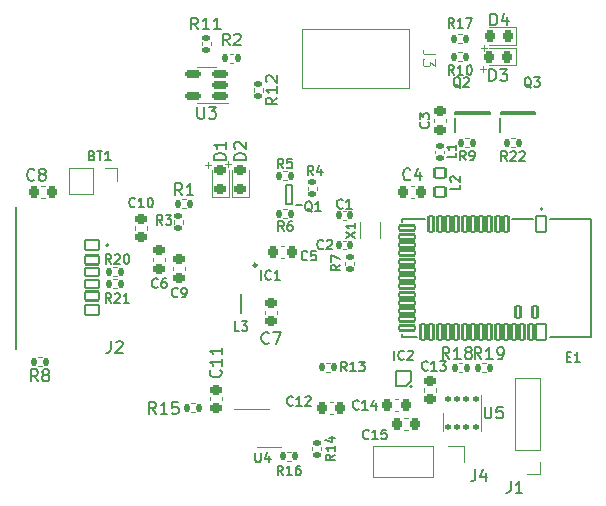
<source format=gto>
%TF.GenerationSoftware,KiCad,Pcbnew,7.0.7*%
%TF.CreationDate,2023-09-18T11:47:39+09:00*%
%TF.ProjectId,gas_nrf52832,6761735f-6e72-4663-9532-3833322e6b69,rev?*%
%TF.SameCoordinates,Original*%
%TF.FileFunction,Legend,Top*%
%TF.FilePolarity,Positive*%
%FSLAX46Y46*%
G04 Gerber Fmt 4.6, Leading zero omitted, Abs format (unit mm)*
G04 Created by KiCad (PCBNEW 7.0.7) date 2023-09-18 11:47:39*
%MOMM*%
%LPD*%
G01*
G04 APERTURE LIST*
G04 Aperture macros list*
%AMRoundRect*
0 Rectangle with rounded corners*
0 $1 Rounding radius*
0 $2 $3 $4 $5 $6 $7 $8 $9 X,Y pos of 4 corners*
0 Add a 4 corners polygon primitive as box body*
4,1,4,$2,$3,$4,$5,$6,$7,$8,$9,$2,$3,0*
0 Add four circle primitives for the rounded corners*
1,1,$1+$1,$2,$3*
1,1,$1+$1,$4,$5*
1,1,$1+$1,$6,$7*
1,1,$1+$1,$8,$9*
0 Add four rect primitives between the rounded corners*
20,1,$1+$1,$2,$3,$4,$5,0*
20,1,$1+$1,$4,$5,$6,$7,0*
20,1,$1+$1,$6,$7,$8,$9,0*
20,1,$1+$1,$8,$9,$2,$3,0*%
G04 Aperture macros list end*
%ADD10C,0.150000*%
%ADD11C,0.100000*%
%ADD12C,0.120000*%
%ADD13C,0.200000*%
%ADD14C,0.250000*%
%ADD15C,0.127000*%
%ADD16RoundRect,0.135000X0.135000X0.185000X-0.135000X0.185000X-0.135000X-0.185000X0.135000X-0.185000X0*%
%ADD17R,0.600000X1.250000*%
%ADD18RoundRect,0.218750X0.218750X0.256250X-0.218750X0.256250X-0.218750X-0.256250X0.218750X-0.256250X0*%
%ADD19RoundRect,0.135000X-0.135000X-0.185000X0.135000X-0.185000X0.135000X0.185000X-0.135000X0.185000X0*%
%ADD20R,0.800000X0.300000*%
%ADD21R,0.300000X0.800000*%
%ADD22R,2.800000X2.800000*%
%ADD23RoundRect,0.225000X-0.250000X0.225000X-0.250000X-0.225000X0.250000X-0.225000X0.250000X0.225000X0*%
%ADD24RoundRect,0.218750X0.256250X-0.218750X0.256250X0.218750X-0.256250X0.218750X-0.256250X-0.218750X0*%
%ADD25R,1.700000X1.700000*%
%ADD26O,1.700000X1.700000*%
%ADD27RoundRect,0.135000X0.185000X-0.135000X0.185000X0.135000X-0.185000X0.135000X-0.185000X-0.135000X0*%
%ADD28RoundRect,0.140000X-0.140000X-0.170000X0.140000X-0.170000X0.140000X0.170000X-0.140000X0.170000X0*%
%ADD29RoundRect,0.102000X0.465000X-0.435000X0.465000X0.435000X-0.465000X0.435000X-0.465000X-0.435000X0*%
%ADD30RoundRect,0.225000X-0.225000X-0.250000X0.225000X-0.250000X0.225000X0.250000X-0.225000X0.250000X0*%
%ADD31R,1.350000X1.350000*%
%ADD32O,1.350000X1.350000*%
%ADD33RoundRect,0.150000X0.512500X0.150000X-0.512500X0.150000X-0.512500X-0.150000X0.512500X-0.150000X0*%
%ADD34R,0.492000X0.300000*%
%ADD35RoundRect,0.102000X-0.600000X0.350000X-0.600000X-0.350000X0.600000X-0.350000X0.600000X0.350000X0*%
%ADD36RoundRect,0.102000X-0.600000X0.380000X-0.600000X-0.380000X0.600000X-0.380000X0.600000X0.380000X0*%
%ADD37RoundRect,0.102000X-0.600000X0.400000X-0.600000X-0.400000X0.600000X-0.400000X0.600000X0.400000X0*%
%ADD38O,2.304000X1.304000*%
%ADD39O,1.904000X1.304000*%
%ADD40R,1.450000X0.450000*%
%ADD41RoundRect,0.225000X0.250000X-0.225000X0.250000X0.225000X-0.250000X0.225000X-0.250000X-0.225000X0*%
%ADD42RoundRect,0.135000X-0.185000X0.135000X-0.185000X-0.135000X0.185000X-0.135000X0.185000X0.135000X0*%
%ADD43RoundRect,0.125000X-0.125000X-0.137500X0.125000X-0.137500X0.125000X0.137500X-0.125000X0.137500X0*%
%ADD44RoundRect,0.102000X-0.400000X0.700000X-0.400000X-0.700000X0.400000X-0.700000X0.400000X0.700000X0*%
%ADD45RoundRect,0.102000X-0.200000X0.700000X-0.200000X-0.700000X0.200000X-0.700000X0.200000X0.700000X0*%
%ADD46RoundRect,0.102000X-0.700000X-0.200000X0.700000X-0.200000X0.700000X0.200000X-0.700000X0.200000X0*%
%ADD47RoundRect,0.102000X0.700000X0.200000X-0.700000X0.200000X-0.700000X-0.200000X0.700000X-0.200000X0*%
%ADD48RoundRect,0.102000X0.200000X-0.700000X0.200000X0.700000X-0.200000X0.700000X-0.200000X-0.700000X0*%
%ADD49RoundRect,0.102000X0.400000X-0.700000X0.400000X0.700000X-0.400000X0.700000X-0.400000X-0.700000X0*%
%ADD50RoundRect,0.102000X0.200000X-0.500000X0.200000X0.500000X-0.200000X0.500000X-0.200000X-0.500000X0*%
%ADD51RoundRect,0.225000X0.225000X0.250000X-0.225000X0.250000X-0.225000X-0.250000X0.225000X-0.250000X0*%
%ADD52C,0.208000*%
%ADD53RoundRect,0.140000X0.170000X-0.140000X0.170000X0.140000X-0.170000X0.140000X-0.170000X-0.140000X0*%
%ADD54R,0.800000X1.800000*%
%ADD55R,1.800000X1.000000*%
%ADD56C,2.300000*%
G04 APERTURE END LIST*
D10*
X146245714Y-86032295D02*
X145979047Y-85651342D01*
X145788571Y-86032295D02*
X145788571Y-85232295D01*
X145788571Y-85232295D02*
X146093333Y-85232295D01*
X146093333Y-85232295D02*
X146169523Y-85270390D01*
X146169523Y-85270390D02*
X146207618Y-85308485D01*
X146207618Y-85308485D02*
X146245714Y-85384676D01*
X146245714Y-85384676D02*
X146245714Y-85498961D01*
X146245714Y-85498961D02*
X146207618Y-85575152D01*
X146207618Y-85575152D02*
X146169523Y-85613247D01*
X146169523Y-85613247D02*
X146093333Y-85651342D01*
X146093333Y-85651342D02*
X145788571Y-85651342D01*
X146550475Y-85308485D02*
X146588571Y-85270390D01*
X146588571Y-85270390D02*
X146664761Y-85232295D01*
X146664761Y-85232295D02*
X146855237Y-85232295D01*
X146855237Y-85232295D02*
X146931428Y-85270390D01*
X146931428Y-85270390D02*
X146969523Y-85308485D01*
X146969523Y-85308485D02*
X147007618Y-85384676D01*
X147007618Y-85384676D02*
X147007618Y-85460866D01*
X147007618Y-85460866D02*
X146969523Y-85575152D01*
X146969523Y-85575152D02*
X146512380Y-86032295D01*
X146512380Y-86032295D02*
X147007618Y-86032295D01*
X147312380Y-85308485D02*
X147350476Y-85270390D01*
X147350476Y-85270390D02*
X147426666Y-85232295D01*
X147426666Y-85232295D02*
X147617142Y-85232295D01*
X147617142Y-85232295D02*
X147693333Y-85270390D01*
X147693333Y-85270390D02*
X147731428Y-85308485D01*
X147731428Y-85308485D02*
X147769523Y-85384676D01*
X147769523Y-85384676D02*
X147769523Y-85460866D01*
X147769523Y-85460866D02*
X147731428Y-85575152D01*
X147731428Y-85575152D02*
X147274285Y-86032295D01*
X147274285Y-86032295D02*
X147769523Y-86032295D01*
X141775714Y-74762295D02*
X141509047Y-74381342D01*
X141318571Y-74762295D02*
X141318571Y-73962295D01*
X141318571Y-73962295D02*
X141623333Y-73962295D01*
X141623333Y-73962295D02*
X141699523Y-74000390D01*
X141699523Y-74000390D02*
X141737618Y-74038485D01*
X141737618Y-74038485D02*
X141775714Y-74114676D01*
X141775714Y-74114676D02*
X141775714Y-74228961D01*
X141775714Y-74228961D02*
X141737618Y-74305152D01*
X141737618Y-74305152D02*
X141699523Y-74343247D01*
X141699523Y-74343247D02*
X141623333Y-74381342D01*
X141623333Y-74381342D02*
X141318571Y-74381342D01*
X142537618Y-74762295D02*
X142080475Y-74762295D01*
X142309047Y-74762295D02*
X142309047Y-73962295D01*
X142309047Y-73962295D02*
X142232856Y-74076580D01*
X142232856Y-74076580D02*
X142156666Y-74152771D01*
X142156666Y-74152771D02*
X142080475Y-74190866D01*
X142804285Y-73962295D02*
X143337619Y-73962295D01*
X143337619Y-73962295D02*
X142994761Y-74762295D01*
X148323809Y-79838485D02*
X148247619Y-79800390D01*
X148247619Y-79800390D02*
X148171428Y-79724200D01*
X148171428Y-79724200D02*
X148057142Y-79609914D01*
X148057142Y-79609914D02*
X147980952Y-79571819D01*
X147980952Y-79571819D02*
X147904761Y-79571819D01*
X147942857Y-79762295D02*
X147866666Y-79724200D01*
X147866666Y-79724200D02*
X147790476Y-79648009D01*
X147790476Y-79648009D02*
X147752380Y-79495628D01*
X147752380Y-79495628D02*
X147752380Y-79228961D01*
X147752380Y-79228961D02*
X147790476Y-79076580D01*
X147790476Y-79076580D02*
X147866666Y-79000390D01*
X147866666Y-79000390D02*
X147942857Y-78962295D01*
X147942857Y-78962295D02*
X148095238Y-78962295D01*
X148095238Y-78962295D02*
X148171428Y-79000390D01*
X148171428Y-79000390D02*
X148247619Y-79076580D01*
X148247619Y-79076580D02*
X148285714Y-79228961D01*
X148285714Y-79228961D02*
X148285714Y-79495628D01*
X148285714Y-79495628D02*
X148247619Y-79648009D01*
X148247619Y-79648009D02*
X148171428Y-79724200D01*
X148171428Y-79724200D02*
X148095238Y-79762295D01*
X148095238Y-79762295D02*
X147942857Y-79762295D01*
X148552380Y-78962295D02*
X149047618Y-78962295D01*
X149047618Y-78962295D02*
X148780952Y-79267057D01*
X148780952Y-79267057D02*
X148895237Y-79267057D01*
X148895237Y-79267057D02*
X148971428Y-79305152D01*
X148971428Y-79305152D02*
X149009523Y-79343247D01*
X149009523Y-79343247D02*
X149047618Y-79419438D01*
X149047618Y-79419438D02*
X149047618Y-79609914D01*
X149047618Y-79609914D02*
X149009523Y-79686104D01*
X149009523Y-79686104D02*
X148971428Y-79724200D01*
X148971428Y-79724200D02*
X148895237Y-79762295D01*
X148895237Y-79762295D02*
X148666666Y-79762295D01*
X148666666Y-79762295D02*
X148590475Y-79724200D01*
X148590475Y-79724200D02*
X148552380Y-79686104D01*
X144861905Y-74554819D02*
X144861905Y-73554819D01*
X144861905Y-73554819D02*
X145100000Y-73554819D01*
X145100000Y-73554819D02*
X145242857Y-73602438D01*
X145242857Y-73602438D02*
X145338095Y-73697676D01*
X145338095Y-73697676D02*
X145385714Y-73792914D01*
X145385714Y-73792914D02*
X145433333Y-73983390D01*
X145433333Y-73983390D02*
X145433333Y-74126247D01*
X145433333Y-74126247D02*
X145385714Y-74316723D01*
X145385714Y-74316723D02*
X145338095Y-74411961D01*
X145338095Y-74411961D02*
X145242857Y-74507200D01*
X145242857Y-74507200D02*
X145100000Y-74554819D01*
X145100000Y-74554819D02*
X144861905Y-74554819D01*
X146290476Y-73888152D02*
X146290476Y-74554819D01*
X146052381Y-73507200D02*
X145814286Y-74221485D01*
X145814286Y-74221485D02*
X146433333Y-74221485D01*
X112751026Y-98027607D02*
X112484359Y-97646654D01*
X112293883Y-98027607D02*
X112293883Y-97227607D01*
X112293883Y-97227607D02*
X112598645Y-97227607D01*
X112598645Y-97227607D02*
X112674835Y-97265702D01*
X112674835Y-97265702D02*
X112712930Y-97303797D01*
X112712930Y-97303797D02*
X112751026Y-97379988D01*
X112751026Y-97379988D02*
X112751026Y-97494273D01*
X112751026Y-97494273D02*
X112712930Y-97570464D01*
X112712930Y-97570464D02*
X112674835Y-97608559D01*
X112674835Y-97608559D02*
X112598645Y-97646654D01*
X112598645Y-97646654D02*
X112293883Y-97646654D01*
X113055787Y-97303797D02*
X113093883Y-97265702D01*
X113093883Y-97265702D02*
X113170073Y-97227607D01*
X113170073Y-97227607D02*
X113360549Y-97227607D01*
X113360549Y-97227607D02*
X113436740Y-97265702D01*
X113436740Y-97265702D02*
X113474835Y-97303797D01*
X113474835Y-97303797D02*
X113512930Y-97379988D01*
X113512930Y-97379988D02*
X113512930Y-97456178D01*
X113512930Y-97456178D02*
X113474835Y-97570464D01*
X113474835Y-97570464D02*
X113017692Y-98027607D01*
X113017692Y-98027607D02*
X113512930Y-98027607D01*
X114274835Y-98027607D02*
X113817692Y-98027607D01*
X114046264Y-98027607D02*
X114046264Y-97227607D01*
X114046264Y-97227607D02*
X113970073Y-97341892D01*
X113970073Y-97341892D02*
X113893883Y-97418083D01*
X113893883Y-97418083D02*
X113817692Y-97456178D01*
X125444360Y-96107607D02*
X125444360Y-95307607D01*
X126282455Y-96031416D02*
X126244359Y-96069512D01*
X126244359Y-96069512D02*
X126130074Y-96107607D01*
X126130074Y-96107607D02*
X126053883Y-96107607D01*
X126053883Y-96107607D02*
X125939597Y-96069512D01*
X125939597Y-96069512D02*
X125863407Y-95993321D01*
X125863407Y-95993321D02*
X125825312Y-95917131D01*
X125825312Y-95917131D02*
X125787216Y-95764750D01*
X125787216Y-95764750D02*
X125787216Y-95650464D01*
X125787216Y-95650464D02*
X125825312Y-95498083D01*
X125825312Y-95498083D02*
X125863407Y-95421892D01*
X125863407Y-95421892D02*
X125939597Y-95345702D01*
X125939597Y-95345702D02*
X126053883Y-95307607D01*
X126053883Y-95307607D02*
X126130074Y-95307607D01*
X126130074Y-95307607D02*
X126244359Y-95345702D01*
X126244359Y-95345702D02*
X126282455Y-95383797D01*
X127044359Y-96107607D02*
X126587216Y-96107607D01*
X126815788Y-96107607D02*
X126815788Y-95307607D01*
X126815788Y-95307607D02*
X126739597Y-95421892D01*
X126739597Y-95421892D02*
X126663407Y-95498083D01*
X126663407Y-95498083D02*
X126587216Y-95536178D01*
X116699479Y-96711416D02*
X116661383Y-96749512D01*
X116661383Y-96749512D02*
X116547098Y-96787607D01*
X116547098Y-96787607D02*
X116470907Y-96787607D01*
X116470907Y-96787607D02*
X116356621Y-96749512D01*
X116356621Y-96749512D02*
X116280431Y-96673321D01*
X116280431Y-96673321D02*
X116242336Y-96597131D01*
X116242336Y-96597131D02*
X116204240Y-96444750D01*
X116204240Y-96444750D02*
X116204240Y-96330464D01*
X116204240Y-96330464D02*
X116242336Y-96178083D01*
X116242336Y-96178083D02*
X116280431Y-96101892D01*
X116280431Y-96101892D02*
X116356621Y-96025702D01*
X116356621Y-96025702D02*
X116470907Y-95987607D01*
X116470907Y-95987607D02*
X116547098Y-95987607D01*
X116547098Y-95987607D02*
X116661383Y-96025702D01*
X116661383Y-96025702D02*
X116699479Y-96063797D01*
X117385193Y-95987607D02*
X117232812Y-95987607D01*
X117232812Y-95987607D02*
X117156621Y-96025702D01*
X117156621Y-96025702D02*
X117118526Y-96063797D01*
X117118526Y-96063797D02*
X117042336Y-96178083D01*
X117042336Y-96178083D02*
X117004240Y-96330464D01*
X117004240Y-96330464D02*
X117004240Y-96635226D01*
X117004240Y-96635226D02*
X117042336Y-96711416D01*
X117042336Y-96711416D02*
X117080431Y-96749512D01*
X117080431Y-96749512D02*
X117156621Y-96787607D01*
X117156621Y-96787607D02*
X117309002Y-96787607D01*
X117309002Y-96787607D02*
X117385193Y-96749512D01*
X117385193Y-96749512D02*
X117423288Y-96711416D01*
X117423288Y-96711416D02*
X117461383Y-96635226D01*
X117461383Y-96635226D02*
X117461383Y-96444750D01*
X117461383Y-96444750D02*
X117423288Y-96368559D01*
X117423288Y-96368559D02*
X117385193Y-96330464D01*
X117385193Y-96330464D02*
X117309002Y-96292369D01*
X117309002Y-96292369D02*
X117156621Y-96292369D01*
X117156621Y-96292369D02*
X117080431Y-96330464D01*
X117080431Y-96330464D02*
X117042336Y-96368559D01*
X117042336Y-96368559D02*
X117004240Y-96444750D01*
X122454819Y-85938094D02*
X121454819Y-85938094D01*
X121454819Y-85938094D02*
X121454819Y-85699999D01*
X121454819Y-85699999D02*
X121502438Y-85557142D01*
X121502438Y-85557142D02*
X121597676Y-85461904D01*
X121597676Y-85461904D02*
X121692914Y-85414285D01*
X121692914Y-85414285D02*
X121883390Y-85366666D01*
X121883390Y-85366666D02*
X122026247Y-85366666D01*
X122026247Y-85366666D02*
X122216723Y-85414285D01*
X122216723Y-85414285D02*
X122311961Y-85461904D01*
X122311961Y-85461904D02*
X122407200Y-85557142D01*
X122407200Y-85557142D02*
X122454819Y-85699999D01*
X122454819Y-85699999D02*
X122454819Y-85938094D01*
X122454819Y-84414285D02*
X122454819Y-84985713D01*
X122454819Y-84699999D02*
X121454819Y-84699999D01*
X121454819Y-84699999D02*
X121597676Y-84795237D01*
X121597676Y-84795237D02*
X121692914Y-84890475D01*
X121692914Y-84890475D02*
X121740533Y-84985713D01*
X132685714Y-103837295D02*
X132419047Y-103456342D01*
X132228571Y-103837295D02*
X132228571Y-103037295D01*
X132228571Y-103037295D02*
X132533333Y-103037295D01*
X132533333Y-103037295D02*
X132609523Y-103075390D01*
X132609523Y-103075390D02*
X132647618Y-103113485D01*
X132647618Y-103113485D02*
X132685714Y-103189676D01*
X132685714Y-103189676D02*
X132685714Y-103303961D01*
X132685714Y-103303961D02*
X132647618Y-103380152D01*
X132647618Y-103380152D02*
X132609523Y-103418247D01*
X132609523Y-103418247D02*
X132533333Y-103456342D01*
X132533333Y-103456342D02*
X132228571Y-103456342D01*
X133447618Y-103837295D02*
X132990475Y-103837295D01*
X133219047Y-103837295D02*
X133219047Y-103037295D01*
X133219047Y-103037295D02*
X133142856Y-103151580D01*
X133142856Y-103151580D02*
X133066666Y-103227771D01*
X133066666Y-103227771D02*
X132990475Y-103265866D01*
X133714285Y-103037295D02*
X134209523Y-103037295D01*
X134209523Y-103037295D02*
X133942857Y-103342057D01*
X133942857Y-103342057D02*
X134057142Y-103342057D01*
X134057142Y-103342057D02*
X134133333Y-103380152D01*
X134133333Y-103380152D02*
X134171428Y-103418247D01*
X134171428Y-103418247D02*
X134209523Y-103494438D01*
X134209523Y-103494438D02*
X134209523Y-103684914D01*
X134209523Y-103684914D02*
X134171428Y-103761104D01*
X134171428Y-103761104D02*
X134133333Y-103799200D01*
X134133333Y-103799200D02*
X134057142Y-103837295D01*
X134057142Y-103837295D02*
X133828571Y-103837295D01*
X133828571Y-103837295D02*
X133752380Y-103799200D01*
X133752380Y-103799200D02*
X133714285Y-103761104D01*
X143566666Y-112154819D02*
X143566666Y-112869104D01*
X143566666Y-112869104D02*
X143519047Y-113011961D01*
X143519047Y-113011961D02*
X143423809Y-113107200D01*
X143423809Y-113107200D02*
X143280952Y-113154819D01*
X143280952Y-113154819D02*
X143185714Y-113154819D01*
X144471428Y-112488152D02*
X144471428Y-113154819D01*
X144233333Y-112107200D02*
X143995238Y-112821485D01*
X143995238Y-112821485D02*
X144614285Y-112821485D01*
X132162295Y-94833332D02*
X131781342Y-95099999D01*
X132162295Y-95290475D02*
X131362295Y-95290475D01*
X131362295Y-95290475D02*
X131362295Y-94985713D01*
X131362295Y-94985713D02*
X131400390Y-94909523D01*
X131400390Y-94909523D02*
X131438485Y-94871428D01*
X131438485Y-94871428D02*
X131514676Y-94833332D01*
X131514676Y-94833332D02*
X131628961Y-94833332D01*
X131628961Y-94833332D02*
X131705152Y-94871428D01*
X131705152Y-94871428D02*
X131743247Y-94909523D01*
X131743247Y-94909523D02*
X131781342Y-94985713D01*
X131781342Y-94985713D02*
X131781342Y-95290475D01*
X131362295Y-94566666D02*
X131362295Y-94033332D01*
X131362295Y-94033332D02*
X132162295Y-94376190D01*
X139570714Y-103708604D02*
X139532618Y-103746700D01*
X139532618Y-103746700D02*
X139418333Y-103784795D01*
X139418333Y-103784795D02*
X139342142Y-103784795D01*
X139342142Y-103784795D02*
X139227856Y-103746700D01*
X139227856Y-103746700D02*
X139151666Y-103670509D01*
X139151666Y-103670509D02*
X139113571Y-103594319D01*
X139113571Y-103594319D02*
X139075475Y-103441938D01*
X139075475Y-103441938D02*
X139075475Y-103327652D01*
X139075475Y-103327652D02*
X139113571Y-103175271D01*
X139113571Y-103175271D02*
X139151666Y-103099080D01*
X139151666Y-103099080D02*
X139227856Y-103022890D01*
X139227856Y-103022890D02*
X139342142Y-102984795D01*
X139342142Y-102984795D02*
X139418333Y-102984795D01*
X139418333Y-102984795D02*
X139532618Y-103022890D01*
X139532618Y-103022890D02*
X139570714Y-103060985D01*
X140332618Y-103784795D02*
X139875475Y-103784795D01*
X140104047Y-103784795D02*
X140104047Y-102984795D01*
X140104047Y-102984795D02*
X140027856Y-103099080D01*
X140027856Y-103099080D02*
X139951666Y-103175271D01*
X139951666Y-103175271D02*
X139875475Y-103213366D01*
X140599285Y-102984795D02*
X141094523Y-102984795D01*
X141094523Y-102984795D02*
X140827857Y-103289557D01*
X140827857Y-103289557D02*
X140942142Y-103289557D01*
X140942142Y-103289557D02*
X141018333Y-103327652D01*
X141018333Y-103327652D02*
X141056428Y-103365747D01*
X141056428Y-103365747D02*
X141094523Y-103441938D01*
X141094523Y-103441938D02*
X141094523Y-103632414D01*
X141094523Y-103632414D02*
X141056428Y-103708604D01*
X141056428Y-103708604D02*
X141018333Y-103746700D01*
X141018333Y-103746700D02*
X140942142Y-103784795D01*
X140942142Y-103784795D02*
X140713571Y-103784795D01*
X140713571Y-103784795D02*
X140637380Y-103746700D01*
X140637380Y-103746700D02*
X140599285Y-103708604D01*
X132366667Y-89986104D02*
X132328571Y-90024200D01*
X132328571Y-90024200D02*
X132214286Y-90062295D01*
X132214286Y-90062295D02*
X132138095Y-90062295D01*
X132138095Y-90062295D02*
X132023809Y-90024200D01*
X132023809Y-90024200D02*
X131947619Y-89948009D01*
X131947619Y-89948009D02*
X131909524Y-89871819D01*
X131909524Y-89871819D02*
X131871428Y-89719438D01*
X131871428Y-89719438D02*
X131871428Y-89605152D01*
X131871428Y-89605152D02*
X131909524Y-89452771D01*
X131909524Y-89452771D02*
X131947619Y-89376580D01*
X131947619Y-89376580D02*
X132023809Y-89300390D01*
X132023809Y-89300390D02*
X132138095Y-89262295D01*
X132138095Y-89262295D02*
X132214286Y-89262295D01*
X132214286Y-89262295D02*
X132328571Y-89300390D01*
X132328571Y-89300390D02*
X132366667Y-89338485D01*
X133128571Y-90062295D02*
X132671428Y-90062295D01*
X132900000Y-90062295D02*
X132900000Y-89262295D01*
X132900000Y-89262295D02*
X132823809Y-89376580D01*
X132823809Y-89376580D02*
X132747619Y-89452771D01*
X132747619Y-89452771D02*
X132671428Y-89490866D01*
X126098645Y-101424892D02*
X126051026Y-101472512D01*
X126051026Y-101472512D02*
X125908169Y-101520131D01*
X125908169Y-101520131D02*
X125812931Y-101520131D01*
X125812931Y-101520131D02*
X125670074Y-101472512D01*
X125670074Y-101472512D02*
X125574836Y-101377273D01*
X125574836Y-101377273D02*
X125527217Y-101282035D01*
X125527217Y-101282035D02*
X125479598Y-101091559D01*
X125479598Y-101091559D02*
X125479598Y-100948702D01*
X125479598Y-100948702D02*
X125527217Y-100758226D01*
X125527217Y-100758226D02*
X125574836Y-100662988D01*
X125574836Y-100662988D02*
X125670074Y-100567750D01*
X125670074Y-100567750D02*
X125812931Y-100520131D01*
X125812931Y-100520131D02*
X125908169Y-100520131D01*
X125908169Y-100520131D02*
X126051026Y-100567750D01*
X126051026Y-100567750D02*
X126098645Y-100615369D01*
X126431979Y-100520131D02*
X127098645Y-100520131D01*
X127098645Y-100520131D02*
X126670074Y-101520131D01*
X141775714Y-78732295D02*
X141509047Y-78351342D01*
X141318571Y-78732295D02*
X141318571Y-77932295D01*
X141318571Y-77932295D02*
X141623333Y-77932295D01*
X141623333Y-77932295D02*
X141699523Y-77970390D01*
X141699523Y-77970390D02*
X141737618Y-78008485D01*
X141737618Y-78008485D02*
X141775714Y-78084676D01*
X141775714Y-78084676D02*
X141775714Y-78198961D01*
X141775714Y-78198961D02*
X141737618Y-78275152D01*
X141737618Y-78275152D02*
X141699523Y-78313247D01*
X141699523Y-78313247D02*
X141623333Y-78351342D01*
X141623333Y-78351342D02*
X141318571Y-78351342D01*
X142537618Y-78732295D02*
X142080475Y-78732295D01*
X142309047Y-78732295D02*
X142309047Y-77932295D01*
X142309047Y-77932295D02*
X142232856Y-78046580D01*
X142232856Y-78046580D02*
X142156666Y-78122771D01*
X142156666Y-78122771D02*
X142080475Y-78160866D01*
X143032857Y-77932295D02*
X143109047Y-77932295D01*
X143109047Y-77932295D02*
X143185238Y-77970390D01*
X143185238Y-77970390D02*
X143223333Y-78008485D01*
X143223333Y-78008485D02*
X143261428Y-78084676D01*
X143261428Y-78084676D02*
X143299523Y-78237057D01*
X143299523Y-78237057D02*
X143299523Y-78427533D01*
X143299523Y-78427533D02*
X143261428Y-78579914D01*
X143261428Y-78579914D02*
X143223333Y-78656104D01*
X143223333Y-78656104D02*
X143185238Y-78694200D01*
X143185238Y-78694200D02*
X143109047Y-78732295D01*
X143109047Y-78732295D02*
X143032857Y-78732295D01*
X143032857Y-78732295D02*
X142956666Y-78694200D01*
X142956666Y-78694200D02*
X142918571Y-78656104D01*
X142918571Y-78656104D02*
X142880476Y-78579914D01*
X142880476Y-78579914D02*
X142842380Y-78427533D01*
X142842380Y-78427533D02*
X142842380Y-78237057D01*
X142842380Y-78237057D02*
X142880476Y-78084676D01*
X142880476Y-78084676D02*
X142918571Y-78008485D01*
X142918571Y-78008485D02*
X142956666Y-77970390D01*
X142956666Y-77970390D02*
X143032857Y-77932295D01*
X142262295Y-88033333D02*
X142262295Y-88414285D01*
X142262295Y-88414285D02*
X141462295Y-88414285D01*
X141538485Y-87804762D02*
X141500390Y-87766666D01*
X141500390Y-87766666D02*
X141462295Y-87690476D01*
X141462295Y-87690476D02*
X141462295Y-87500000D01*
X141462295Y-87500000D02*
X141500390Y-87423809D01*
X141500390Y-87423809D02*
X141538485Y-87385714D01*
X141538485Y-87385714D02*
X141614676Y-87347619D01*
X141614676Y-87347619D02*
X141690866Y-87347619D01*
X141690866Y-87347619D02*
X141805152Y-87385714D01*
X141805152Y-87385714D02*
X142262295Y-87842857D01*
X142262295Y-87842857D02*
X142262295Y-87347619D01*
X138083333Y-87579580D02*
X138035714Y-87627200D01*
X138035714Y-87627200D02*
X137892857Y-87674819D01*
X137892857Y-87674819D02*
X137797619Y-87674819D01*
X137797619Y-87674819D02*
X137654762Y-87627200D01*
X137654762Y-87627200D02*
X137559524Y-87531961D01*
X137559524Y-87531961D02*
X137511905Y-87436723D01*
X137511905Y-87436723D02*
X137464286Y-87246247D01*
X137464286Y-87246247D02*
X137464286Y-87103390D01*
X137464286Y-87103390D02*
X137511905Y-86912914D01*
X137511905Y-86912914D02*
X137559524Y-86817676D01*
X137559524Y-86817676D02*
X137654762Y-86722438D01*
X137654762Y-86722438D02*
X137797619Y-86674819D01*
X137797619Y-86674819D02*
X137892857Y-86674819D01*
X137892857Y-86674819D02*
X138035714Y-86722438D01*
X138035714Y-86722438D02*
X138083333Y-86770057D01*
X138940476Y-87008152D02*
X138940476Y-87674819D01*
X138702381Y-86627200D02*
X138464286Y-87341485D01*
X138464286Y-87341485D02*
X139083333Y-87341485D01*
X142766667Y-85962295D02*
X142500000Y-85581342D01*
X142309524Y-85962295D02*
X142309524Y-85162295D01*
X142309524Y-85162295D02*
X142614286Y-85162295D01*
X142614286Y-85162295D02*
X142690476Y-85200390D01*
X142690476Y-85200390D02*
X142728571Y-85238485D01*
X142728571Y-85238485D02*
X142766667Y-85314676D01*
X142766667Y-85314676D02*
X142766667Y-85428961D01*
X142766667Y-85428961D02*
X142728571Y-85505152D01*
X142728571Y-85505152D02*
X142690476Y-85543247D01*
X142690476Y-85543247D02*
X142614286Y-85581342D01*
X142614286Y-85581342D02*
X142309524Y-85581342D01*
X143147619Y-85962295D02*
X143300000Y-85962295D01*
X143300000Y-85962295D02*
X143376190Y-85924200D01*
X143376190Y-85924200D02*
X143414286Y-85886104D01*
X143414286Y-85886104D02*
X143490476Y-85771819D01*
X143490476Y-85771819D02*
X143528571Y-85619438D01*
X143528571Y-85619438D02*
X143528571Y-85314676D01*
X143528571Y-85314676D02*
X143490476Y-85238485D01*
X143490476Y-85238485D02*
X143452381Y-85200390D01*
X143452381Y-85200390D02*
X143376190Y-85162295D01*
X143376190Y-85162295D02*
X143223809Y-85162295D01*
X143223809Y-85162295D02*
X143147619Y-85200390D01*
X143147619Y-85200390D02*
X143109524Y-85238485D01*
X143109524Y-85238485D02*
X143071428Y-85314676D01*
X143071428Y-85314676D02*
X143071428Y-85505152D01*
X143071428Y-85505152D02*
X143109524Y-85581342D01*
X143109524Y-85581342D02*
X143147619Y-85619438D01*
X143147619Y-85619438D02*
X143223809Y-85657533D01*
X143223809Y-85657533D02*
X143376190Y-85657533D01*
X143376190Y-85657533D02*
X143452381Y-85619438D01*
X143452381Y-85619438D02*
X143490476Y-85581342D01*
X143490476Y-85581342D02*
X143528571Y-85505152D01*
X129866667Y-87232295D02*
X129600000Y-86851342D01*
X129409524Y-87232295D02*
X129409524Y-86432295D01*
X129409524Y-86432295D02*
X129714286Y-86432295D01*
X129714286Y-86432295D02*
X129790476Y-86470390D01*
X129790476Y-86470390D02*
X129828571Y-86508485D01*
X129828571Y-86508485D02*
X129866667Y-86584676D01*
X129866667Y-86584676D02*
X129866667Y-86698961D01*
X129866667Y-86698961D02*
X129828571Y-86775152D01*
X129828571Y-86775152D02*
X129790476Y-86813247D01*
X129790476Y-86813247D02*
X129714286Y-86851342D01*
X129714286Y-86851342D02*
X129409524Y-86851342D01*
X130552381Y-86698961D02*
X130552381Y-87232295D01*
X130361905Y-86394200D02*
X130171428Y-86965628D01*
X130171428Y-86965628D02*
X130666667Y-86965628D01*
X111136740Y-85578559D02*
X111251026Y-85616654D01*
X111251026Y-85616654D02*
X111289121Y-85654750D01*
X111289121Y-85654750D02*
X111327217Y-85730940D01*
X111327217Y-85730940D02*
X111327217Y-85845226D01*
X111327217Y-85845226D02*
X111289121Y-85921416D01*
X111289121Y-85921416D02*
X111251026Y-85959512D01*
X111251026Y-85959512D02*
X111174836Y-85997607D01*
X111174836Y-85997607D02*
X110870074Y-85997607D01*
X110870074Y-85997607D02*
X110870074Y-85197607D01*
X110870074Y-85197607D02*
X111136740Y-85197607D01*
X111136740Y-85197607D02*
X111212931Y-85235702D01*
X111212931Y-85235702D02*
X111251026Y-85273797D01*
X111251026Y-85273797D02*
X111289121Y-85349988D01*
X111289121Y-85349988D02*
X111289121Y-85426178D01*
X111289121Y-85426178D02*
X111251026Y-85502369D01*
X111251026Y-85502369D02*
X111212931Y-85540464D01*
X111212931Y-85540464D02*
X111136740Y-85578559D01*
X111136740Y-85578559D02*
X110870074Y-85578559D01*
X111555788Y-85197607D02*
X112012931Y-85197607D01*
X111784359Y-85997607D02*
X111784359Y-85197607D01*
X112698645Y-85997607D02*
X112241502Y-85997607D01*
X112470074Y-85997607D02*
X112470074Y-85197607D01*
X112470074Y-85197607D02*
X112393883Y-85311892D01*
X112393883Y-85311892D02*
X112317693Y-85388083D01*
X112317693Y-85388083D02*
X112241502Y-85426178D01*
X141392142Y-102809819D02*
X141058809Y-102333628D01*
X140820714Y-102809819D02*
X140820714Y-101809819D01*
X140820714Y-101809819D02*
X141201666Y-101809819D01*
X141201666Y-101809819D02*
X141296904Y-101857438D01*
X141296904Y-101857438D02*
X141344523Y-101905057D01*
X141344523Y-101905057D02*
X141392142Y-102000295D01*
X141392142Y-102000295D02*
X141392142Y-102143152D01*
X141392142Y-102143152D02*
X141344523Y-102238390D01*
X141344523Y-102238390D02*
X141296904Y-102286009D01*
X141296904Y-102286009D02*
X141201666Y-102333628D01*
X141201666Y-102333628D02*
X140820714Y-102333628D01*
X142344523Y-102809819D02*
X141773095Y-102809819D01*
X142058809Y-102809819D02*
X142058809Y-101809819D01*
X142058809Y-101809819D02*
X141963571Y-101952676D01*
X141963571Y-101952676D02*
X141868333Y-102047914D01*
X141868333Y-102047914D02*
X141773095Y-102095533D01*
X142915952Y-102238390D02*
X142820714Y-102190771D01*
X142820714Y-102190771D02*
X142773095Y-102143152D01*
X142773095Y-102143152D02*
X142725476Y-102047914D01*
X142725476Y-102047914D02*
X142725476Y-102000295D01*
X142725476Y-102000295D02*
X142773095Y-101905057D01*
X142773095Y-101905057D02*
X142820714Y-101857438D01*
X142820714Y-101857438D02*
X142915952Y-101809819D01*
X142915952Y-101809819D02*
X143106428Y-101809819D01*
X143106428Y-101809819D02*
X143201666Y-101857438D01*
X143201666Y-101857438D02*
X143249285Y-101905057D01*
X143249285Y-101905057D02*
X143296904Y-102000295D01*
X143296904Y-102000295D02*
X143296904Y-102047914D01*
X143296904Y-102047914D02*
X143249285Y-102143152D01*
X143249285Y-102143152D02*
X143201666Y-102190771D01*
X143201666Y-102190771D02*
X143106428Y-102238390D01*
X143106428Y-102238390D02*
X142915952Y-102238390D01*
X142915952Y-102238390D02*
X142820714Y-102286009D01*
X142820714Y-102286009D02*
X142773095Y-102333628D01*
X142773095Y-102333628D02*
X142725476Y-102428866D01*
X142725476Y-102428866D02*
X142725476Y-102619342D01*
X142725476Y-102619342D02*
X142773095Y-102714580D01*
X142773095Y-102714580D02*
X142820714Y-102762200D01*
X142820714Y-102762200D02*
X142915952Y-102809819D01*
X142915952Y-102809819D02*
X143106428Y-102809819D01*
X143106428Y-102809819D02*
X143201666Y-102762200D01*
X143201666Y-102762200D02*
X143249285Y-102714580D01*
X143249285Y-102714580D02*
X143296904Y-102619342D01*
X143296904Y-102619342D02*
X143296904Y-102428866D01*
X143296904Y-102428866D02*
X143249285Y-102333628D01*
X143249285Y-102333628D02*
X143201666Y-102286009D01*
X143201666Y-102286009D02*
X143106428Y-102238390D01*
X133720714Y-107008604D02*
X133682618Y-107046700D01*
X133682618Y-107046700D02*
X133568333Y-107084795D01*
X133568333Y-107084795D02*
X133492142Y-107084795D01*
X133492142Y-107084795D02*
X133377856Y-107046700D01*
X133377856Y-107046700D02*
X133301666Y-106970509D01*
X133301666Y-106970509D02*
X133263571Y-106894319D01*
X133263571Y-106894319D02*
X133225475Y-106741938D01*
X133225475Y-106741938D02*
X133225475Y-106627652D01*
X133225475Y-106627652D02*
X133263571Y-106475271D01*
X133263571Y-106475271D02*
X133301666Y-106399080D01*
X133301666Y-106399080D02*
X133377856Y-106322890D01*
X133377856Y-106322890D02*
X133492142Y-106284795D01*
X133492142Y-106284795D02*
X133568333Y-106284795D01*
X133568333Y-106284795D02*
X133682618Y-106322890D01*
X133682618Y-106322890D02*
X133720714Y-106360985D01*
X134482618Y-107084795D02*
X134025475Y-107084795D01*
X134254047Y-107084795D02*
X134254047Y-106284795D01*
X134254047Y-106284795D02*
X134177856Y-106399080D01*
X134177856Y-106399080D02*
X134101666Y-106475271D01*
X134101666Y-106475271D02*
X134025475Y-106513366D01*
X135168333Y-106551461D02*
X135168333Y-107084795D01*
X134977857Y-106246700D02*
X134787380Y-106818128D01*
X134787380Y-106818128D02*
X135282619Y-106818128D01*
X120055595Y-81454819D02*
X120055595Y-82264342D01*
X120055595Y-82264342D02*
X120103214Y-82359580D01*
X120103214Y-82359580D02*
X120150833Y-82407200D01*
X120150833Y-82407200D02*
X120246071Y-82454819D01*
X120246071Y-82454819D02*
X120436547Y-82454819D01*
X120436547Y-82454819D02*
X120531785Y-82407200D01*
X120531785Y-82407200D02*
X120579404Y-82359580D01*
X120579404Y-82359580D02*
X120627023Y-82264342D01*
X120627023Y-82264342D02*
X120627023Y-81454819D01*
X121007976Y-81454819D02*
X121627023Y-81454819D01*
X121627023Y-81454819D02*
X121293690Y-81835771D01*
X121293690Y-81835771D02*
X121436547Y-81835771D01*
X121436547Y-81835771D02*
X121531785Y-81883390D01*
X121531785Y-81883390D02*
X121579404Y-81931009D01*
X121579404Y-81931009D02*
X121627023Y-82026247D01*
X121627023Y-82026247D02*
X121627023Y-82264342D01*
X121627023Y-82264342D02*
X121579404Y-82359580D01*
X121579404Y-82359580D02*
X121531785Y-82407200D01*
X121531785Y-82407200D02*
X121436547Y-82454819D01*
X121436547Y-82454819D02*
X121150833Y-82454819D01*
X121150833Y-82454819D02*
X121055595Y-82407200D01*
X121055595Y-82407200D02*
X121007976Y-82359580D01*
X129759121Y-90338485D02*
X129682931Y-90300390D01*
X129682931Y-90300390D02*
X129606740Y-90224200D01*
X129606740Y-90224200D02*
X129492454Y-90109914D01*
X129492454Y-90109914D02*
X129416264Y-90071819D01*
X129416264Y-90071819D02*
X129340073Y-90071819D01*
X129378169Y-90262295D02*
X129301978Y-90224200D01*
X129301978Y-90224200D02*
X129225788Y-90148009D01*
X129225788Y-90148009D02*
X129187692Y-89995628D01*
X129187692Y-89995628D02*
X129187692Y-89728961D01*
X129187692Y-89728961D02*
X129225788Y-89576580D01*
X129225788Y-89576580D02*
X129301978Y-89500390D01*
X129301978Y-89500390D02*
X129378169Y-89462295D01*
X129378169Y-89462295D02*
X129530550Y-89462295D01*
X129530550Y-89462295D02*
X129606740Y-89500390D01*
X129606740Y-89500390D02*
X129682931Y-89576580D01*
X129682931Y-89576580D02*
X129721026Y-89728961D01*
X129721026Y-89728961D02*
X129721026Y-89995628D01*
X129721026Y-89995628D02*
X129682931Y-90148009D01*
X129682931Y-90148009D02*
X129606740Y-90224200D01*
X129606740Y-90224200D02*
X129530550Y-90262295D01*
X129530550Y-90262295D02*
X129378169Y-90262295D01*
X130482930Y-90262295D02*
X130025787Y-90262295D01*
X130254359Y-90262295D02*
X130254359Y-89462295D01*
X130254359Y-89462295D02*
X130178168Y-89576580D01*
X130178168Y-89576580D02*
X130101978Y-89652771D01*
X130101978Y-89652771D02*
X130025787Y-89690866D01*
X112731978Y-101280131D02*
X112731978Y-101994416D01*
X112731978Y-101994416D02*
X112684359Y-102137273D01*
X112684359Y-102137273D02*
X112589121Y-102232512D01*
X112589121Y-102232512D02*
X112446264Y-102280131D01*
X112446264Y-102280131D02*
X112351026Y-102280131D01*
X113160550Y-101375369D02*
X113208169Y-101327750D01*
X113208169Y-101327750D02*
X113303407Y-101280131D01*
X113303407Y-101280131D02*
X113541502Y-101280131D01*
X113541502Y-101280131D02*
X113636740Y-101327750D01*
X113636740Y-101327750D02*
X113684359Y-101375369D01*
X113684359Y-101375369D02*
X113731978Y-101470607D01*
X113731978Y-101470607D02*
X113731978Y-101565845D01*
X113731978Y-101565845D02*
X113684359Y-101708702D01*
X113684359Y-101708702D02*
X113112931Y-102280131D01*
X113112931Y-102280131D02*
X113731978Y-102280131D01*
X124960476Y-110737295D02*
X124960476Y-111384914D01*
X124960476Y-111384914D02*
X124998571Y-111461104D01*
X124998571Y-111461104D02*
X125036666Y-111499200D01*
X125036666Y-111499200D02*
X125112857Y-111537295D01*
X125112857Y-111537295D02*
X125265238Y-111537295D01*
X125265238Y-111537295D02*
X125341428Y-111499200D01*
X125341428Y-111499200D02*
X125379523Y-111461104D01*
X125379523Y-111461104D02*
X125417619Y-111384914D01*
X125417619Y-111384914D02*
X125417619Y-110737295D01*
X126141428Y-111003961D02*
X126141428Y-111537295D01*
X125950952Y-110699200D02*
X125760475Y-111270628D01*
X125760475Y-111270628D02*
X126255714Y-111270628D01*
X122004580Y-103742857D02*
X122052200Y-103790476D01*
X122052200Y-103790476D02*
X122099819Y-103933333D01*
X122099819Y-103933333D02*
X122099819Y-104028571D01*
X122099819Y-104028571D02*
X122052200Y-104171428D01*
X122052200Y-104171428D02*
X121956961Y-104266666D01*
X121956961Y-104266666D02*
X121861723Y-104314285D01*
X121861723Y-104314285D02*
X121671247Y-104361904D01*
X121671247Y-104361904D02*
X121528390Y-104361904D01*
X121528390Y-104361904D02*
X121337914Y-104314285D01*
X121337914Y-104314285D02*
X121242676Y-104266666D01*
X121242676Y-104266666D02*
X121147438Y-104171428D01*
X121147438Y-104171428D02*
X121099819Y-104028571D01*
X121099819Y-104028571D02*
X121099819Y-103933333D01*
X121099819Y-103933333D02*
X121147438Y-103790476D01*
X121147438Y-103790476D02*
X121195057Y-103742857D01*
X122099819Y-102790476D02*
X122099819Y-103361904D01*
X122099819Y-103076190D02*
X121099819Y-103076190D01*
X121099819Y-103076190D02*
X121242676Y-103171428D01*
X121242676Y-103171428D02*
X121337914Y-103266666D01*
X121337914Y-103266666D02*
X121385533Y-103361904D01*
X122099819Y-101838095D02*
X122099819Y-102409523D01*
X122099819Y-102123809D02*
X121099819Y-102123809D01*
X121099819Y-102123809D02*
X121242676Y-102219047D01*
X121242676Y-102219047D02*
X121337914Y-102314285D01*
X121337914Y-102314285D02*
X121385533Y-102409523D01*
X126824819Y-80682857D02*
X126348628Y-81016190D01*
X126824819Y-81254285D02*
X125824819Y-81254285D01*
X125824819Y-81254285D02*
X125824819Y-80873333D01*
X125824819Y-80873333D02*
X125872438Y-80778095D01*
X125872438Y-80778095D02*
X125920057Y-80730476D01*
X125920057Y-80730476D02*
X126015295Y-80682857D01*
X126015295Y-80682857D02*
X126158152Y-80682857D01*
X126158152Y-80682857D02*
X126253390Y-80730476D01*
X126253390Y-80730476D02*
X126301009Y-80778095D01*
X126301009Y-80778095D02*
X126348628Y-80873333D01*
X126348628Y-80873333D02*
X126348628Y-81254285D01*
X126824819Y-79730476D02*
X126824819Y-80301904D01*
X126824819Y-80016190D02*
X125824819Y-80016190D01*
X125824819Y-80016190D02*
X125967676Y-80111428D01*
X125967676Y-80111428D02*
X126062914Y-80206666D01*
X126062914Y-80206666D02*
X126110533Y-80301904D01*
X125920057Y-79349523D02*
X125872438Y-79301904D01*
X125872438Y-79301904D02*
X125824819Y-79206666D01*
X125824819Y-79206666D02*
X125824819Y-78968571D01*
X125824819Y-78968571D02*
X125872438Y-78873333D01*
X125872438Y-78873333D02*
X125920057Y-78825714D01*
X125920057Y-78825714D02*
X126015295Y-78778095D01*
X126015295Y-78778095D02*
X126110533Y-78778095D01*
X126110533Y-78778095D02*
X126253390Y-78825714D01*
X126253390Y-78825714D02*
X126824819Y-79397142D01*
X126824819Y-79397142D02*
X126824819Y-78778095D01*
X118399479Y-97511416D02*
X118361383Y-97549512D01*
X118361383Y-97549512D02*
X118247098Y-97587607D01*
X118247098Y-97587607D02*
X118170907Y-97587607D01*
X118170907Y-97587607D02*
X118056621Y-97549512D01*
X118056621Y-97549512D02*
X117980431Y-97473321D01*
X117980431Y-97473321D02*
X117942336Y-97397131D01*
X117942336Y-97397131D02*
X117904240Y-97244750D01*
X117904240Y-97244750D02*
X117904240Y-97130464D01*
X117904240Y-97130464D02*
X117942336Y-96978083D01*
X117942336Y-96978083D02*
X117980431Y-96901892D01*
X117980431Y-96901892D02*
X118056621Y-96825702D01*
X118056621Y-96825702D02*
X118170907Y-96787607D01*
X118170907Y-96787607D02*
X118247098Y-96787607D01*
X118247098Y-96787607D02*
X118361383Y-96825702D01*
X118361383Y-96825702D02*
X118399479Y-96863797D01*
X118780431Y-97587607D02*
X118932812Y-97587607D01*
X118932812Y-97587607D02*
X119009002Y-97549512D01*
X119009002Y-97549512D02*
X119047098Y-97511416D01*
X119047098Y-97511416D02*
X119123288Y-97397131D01*
X119123288Y-97397131D02*
X119161383Y-97244750D01*
X119161383Y-97244750D02*
X119161383Y-96939988D01*
X119161383Y-96939988D02*
X119123288Y-96863797D01*
X119123288Y-96863797D02*
X119085193Y-96825702D01*
X119085193Y-96825702D02*
X119009002Y-96787607D01*
X119009002Y-96787607D02*
X118856621Y-96787607D01*
X118856621Y-96787607D02*
X118780431Y-96825702D01*
X118780431Y-96825702D02*
X118742336Y-96863797D01*
X118742336Y-96863797D02*
X118704240Y-96939988D01*
X118704240Y-96939988D02*
X118704240Y-97130464D01*
X118704240Y-97130464D02*
X118742336Y-97206654D01*
X118742336Y-97206654D02*
X118780431Y-97244750D01*
X118780431Y-97244750D02*
X118856621Y-97282845D01*
X118856621Y-97282845D02*
X119009002Y-97282845D01*
X119009002Y-97282845D02*
X119085193Y-97244750D01*
X119085193Y-97244750D02*
X119123288Y-97206654D01*
X119123288Y-97206654D02*
X119161383Y-97130464D01*
X127339479Y-86647607D02*
X127072812Y-86266654D01*
X126882336Y-86647607D02*
X126882336Y-85847607D01*
X126882336Y-85847607D02*
X127187098Y-85847607D01*
X127187098Y-85847607D02*
X127263288Y-85885702D01*
X127263288Y-85885702D02*
X127301383Y-85923797D01*
X127301383Y-85923797D02*
X127339479Y-85999988D01*
X127339479Y-85999988D02*
X127339479Y-86114273D01*
X127339479Y-86114273D02*
X127301383Y-86190464D01*
X127301383Y-86190464D02*
X127263288Y-86228559D01*
X127263288Y-86228559D02*
X127187098Y-86266654D01*
X127187098Y-86266654D02*
X126882336Y-86266654D01*
X128063288Y-85847607D02*
X127682336Y-85847607D01*
X127682336Y-85847607D02*
X127644240Y-86228559D01*
X127644240Y-86228559D02*
X127682336Y-86190464D01*
X127682336Y-86190464D02*
X127758526Y-86152369D01*
X127758526Y-86152369D02*
X127949002Y-86152369D01*
X127949002Y-86152369D02*
X128025193Y-86190464D01*
X128025193Y-86190464D02*
X128063288Y-86228559D01*
X128063288Y-86228559D02*
X128101383Y-86304750D01*
X128101383Y-86304750D02*
X128101383Y-86495226D01*
X128101383Y-86495226D02*
X128063288Y-86571416D01*
X128063288Y-86571416D02*
X128025193Y-86609512D01*
X128025193Y-86609512D02*
X127949002Y-86647607D01*
X127949002Y-86647607D02*
X127758526Y-86647607D01*
X127758526Y-86647607D02*
X127682336Y-86609512D01*
X127682336Y-86609512D02*
X127644240Y-86571416D01*
X142323809Y-79838485D02*
X142247619Y-79800390D01*
X142247619Y-79800390D02*
X142171428Y-79724200D01*
X142171428Y-79724200D02*
X142057142Y-79609914D01*
X142057142Y-79609914D02*
X141980952Y-79571819D01*
X141980952Y-79571819D02*
X141904761Y-79571819D01*
X141942857Y-79762295D02*
X141866666Y-79724200D01*
X141866666Y-79724200D02*
X141790476Y-79648009D01*
X141790476Y-79648009D02*
X141752380Y-79495628D01*
X141752380Y-79495628D02*
X141752380Y-79228961D01*
X141752380Y-79228961D02*
X141790476Y-79076580D01*
X141790476Y-79076580D02*
X141866666Y-79000390D01*
X141866666Y-79000390D02*
X141942857Y-78962295D01*
X141942857Y-78962295D02*
X142095238Y-78962295D01*
X142095238Y-78962295D02*
X142171428Y-79000390D01*
X142171428Y-79000390D02*
X142247619Y-79076580D01*
X142247619Y-79076580D02*
X142285714Y-79228961D01*
X142285714Y-79228961D02*
X142285714Y-79495628D01*
X142285714Y-79495628D02*
X142247619Y-79648009D01*
X142247619Y-79648009D02*
X142171428Y-79724200D01*
X142171428Y-79724200D02*
X142095238Y-79762295D01*
X142095238Y-79762295D02*
X141942857Y-79762295D01*
X142590475Y-79038485D02*
X142628571Y-79000390D01*
X142628571Y-79000390D02*
X142704761Y-78962295D01*
X142704761Y-78962295D02*
X142895237Y-78962295D01*
X142895237Y-78962295D02*
X142971428Y-79000390D01*
X142971428Y-79000390D02*
X143009523Y-79038485D01*
X143009523Y-79038485D02*
X143047618Y-79114676D01*
X143047618Y-79114676D02*
X143047618Y-79190866D01*
X143047618Y-79190866D02*
X143009523Y-79305152D01*
X143009523Y-79305152D02*
X142552380Y-79762295D01*
X142552380Y-79762295D02*
X143047618Y-79762295D01*
X144774405Y-79254819D02*
X144774405Y-78254819D01*
X144774405Y-78254819D02*
X145012500Y-78254819D01*
X145012500Y-78254819D02*
X145155357Y-78302438D01*
X145155357Y-78302438D02*
X145250595Y-78397676D01*
X145250595Y-78397676D02*
X145298214Y-78492914D01*
X145298214Y-78492914D02*
X145345833Y-78683390D01*
X145345833Y-78683390D02*
X145345833Y-78826247D01*
X145345833Y-78826247D02*
X145298214Y-79016723D01*
X145298214Y-79016723D02*
X145250595Y-79111961D01*
X145250595Y-79111961D02*
X145155357Y-79207200D01*
X145155357Y-79207200D02*
X145012500Y-79254819D01*
X145012500Y-79254819D02*
X144774405Y-79254819D01*
X145679167Y-78254819D02*
X146298214Y-78254819D01*
X146298214Y-78254819D02*
X145964881Y-78635771D01*
X145964881Y-78635771D02*
X146107738Y-78635771D01*
X146107738Y-78635771D02*
X146202976Y-78683390D01*
X146202976Y-78683390D02*
X146250595Y-78731009D01*
X146250595Y-78731009D02*
X146298214Y-78826247D01*
X146298214Y-78826247D02*
X146298214Y-79064342D01*
X146298214Y-79064342D02*
X146250595Y-79159580D01*
X146250595Y-79159580D02*
X146202976Y-79207200D01*
X146202976Y-79207200D02*
X146107738Y-79254819D01*
X146107738Y-79254819D02*
X145822024Y-79254819D01*
X145822024Y-79254819D02*
X145726786Y-79207200D01*
X145726786Y-79207200D02*
X145679167Y-79159580D01*
X120107142Y-74904819D02*
X119773809Y-74428628D01*
X119535714Y-74904819D02*
X119535714Y-73904819D01*
X119535714Y-73904819D02*
X119916666Y-73904819D01*
X119916666Y-73904819D02*
X120011904Y-73952438D01*
X120011904Y-73952438D02*
X120059523Y-74000057D01*
X120059523Y-74000057D02*
X120107142Y-74095295D01*
X120107142Y-74095295D02*
X120107142Y-74238152D01*
X120107142Y-74238152D02*
X120059523Y-74333390D01*
X120059523Y-74333390D02*
X120011904Y-74381009D01*
X120011904Y-74381009D02*
X119916666Y-74428628D01*
X119916666Y-74428628D02*
X119535714Y-74428628D01*
X121059523Y-74904819D02*
X120488095Y-74904819D01*
X120773809Y-74904819D02*
X120773809Y-73904819D01*
X120773809Y-73904819D02*
X120678571Y-74047676D01*
X120678571Y-74047676D02*
X120583333Y-74142914D01*
X120583333Y-74142914D02*
X120488095Y-74190533D01*
X122011904Y-74904819D02*
X121440476Y-74904819D01*
X121726190Y-74904819D02*
X121726190Y-73904819D01*
X121726190Y-73904819D02*
X121630952Y-74047676D01*
X121630952Y-74047676D02*
X121535714Y-74142914D01*
X121535714Y-74142914D02*
X121440476Y-74190533D01*
X144373095Y-106834819D02*
X144373095Y-107644342D01*
X144373095Y-107644342D02*
X144420714Y-107739580D01*
X144420714Y-107739580D02*
X144468333Y-107787200D01*
X144468333Y-107787200D02*
X144563571Y-107834819D01*
X144563571Y-107834819D02*
X144754047Y-107834819D01*
X144754047Y-107834819D02*
X144849285Y-107787200D01*
X144849285Y-107787200D02*
X144896904Y-107739580D01*
X144896904Y-107739580D02*
X144944523Y-107644342D01*
X144944523Y-107644342D02*
X144944523Y-106834819D01*
X145896904Y-106834819D02*
X145420714Y-106834819D01*
X145420714Y-106834819D02*
X145373095Y-107311009D01*
X145373095Y-107311009D02*
X145420714Y-107263390D01*
X145420714Y-107263390D02*
X145515952Y-107215771D01*
X145515952Y-107215771D02*
X145754047Y-107215771D01*
X145754047Y-107215771D02*
X145849285Y-107263390D01*
X145849285Y-107263390D02*
X145896904Y-107311009D01*
X145896904Y-107311009D02*
X145944523Y-107406247D01*
X145944523Y-107406247D02*
X145944523Y-107644342D01*
X145944523Y-107644342D02*
X145896904Y-107739580D01*
X145896904Y-107739580D02*
X145849285Y-107787200D01*
X145849285Y-107787200D02*
X145754047Y-107834819D01*
X145754047Y-107834819D02*
X145515952Y-107834819D01*
X145515952Y-107834819D02*
X145420714Y-107787200D01*
X145420714Y-107787200D02*
X145373095Y-107739580D01*
X106548645Y-104690131D02*
X106215312Y-104213940D01*
X105977217Y-104690131D02*
X105977217Y-103690131D01*
X105977217Y-103690131D02*
X106358169Y-103690131D01*
X106358169Y-103690131D02*
X106453407Y-103737750D01*
X106453407Y-103737750D02*
X106501026Y-103785369D01*
X106501026Y-103785369D02*
X106548645Y-103880607D01*
X106548645Y-103880607D02*
X106548645Y-104023464D01*
X106548645Y-104023464D02*
X106501026Y-104118702D01*
X106501026Y-104118702D02*
X106453407Y-104166321D01*
X106453407Y-104166321D02*
X106358169Y-104213940D01*
X106358169Y-104213940D02*
X105977217Y-104213940D01*
X107120074Y-104118702D02*
X107024836Y-104071083D01*
X107024836Y-104071083D02*
X106977217Y-104023464D01*
X106977217Y-104023464D02*
X106929598Y-103928226D01*
X106929598Y-103928226D02*
X106929598Y-103880607D01*
X106929598Y-103880607D02*
X106977217Y-103785369D01*
X106977217Y-103785369D02*
X107024836Y-103737750D01*
X107024836Y-103737750D02*
X107120074Y-103690131D01*
X107120074Y-103690131D02*
X107310550Y-103690131D01*
X107310550Y-103690131D02*
X107405788Y-103737750D01*
X107405788Y-103737750D02*
X107453407Y-103785369D01*
X107453407Y-103785369D02*
X107501026Y-103880607D01*
X107501026Y-103880607D02*
X107501026Y-103928226D01*
X107501026Y-103928226D02*
X107453407Y-104023464D01*
X107453407Y-104023464D02*
X107405788Y-104071083D01*
X107405788Y-104071083D02*
X107310550Y-104118702D01*
X107310550Y-104118702D02*
X107120074Y-104118702D01*
X107120074Y-104118702D02*
X107024836Y-104166321D01*
X107024836Y-104166321D02*
X106977217Y-104213940D01*
X106977217Y-104213940D02*
X106929598Y-104309178D01*
X106929598Y-104309178D02*
X106929598Y-104499654D01*
X106929598Y-104499654D02*
X106977217Y-104594892D01*
X106977217Y-104594892D02*
X107024836Y-104642512D01*
X107024836Y-104642512D02*
X107120074Y-104690131D01*
X107120074Y-104690131D02*
X107310550Y-104690131D01*
X107310550Y-104690131D02*
X107405788Y-104642512D01*
X107405788Y-104642512D02*
X107453407Y-104594892D01*
X107453407Y-104594892D02*
X107501026Y-104499654D01*
X107501026Y-104499654D02*
X107501026Y-104309178D01*
X107501026Y-104309178D02*
X107453407Y-104213940D01*
X107453407Y-104213940D02*
X107405788Y-104166321D01*
X107405788Y-104166321D02*
X107310550Y-104118702D01*
X118766145Y-88930131D02*
X118432812Y-88453940D01*
X118194717Y-88930131D02*
X118194717Y-87930131D01*
X118194717Y-87930131D02*
X118575669Y-87930131D01*
X118575669Y-87930131D02*
X118670907Y-87977750D01*
X118670907Y-87977750D02*
X118718526Y-88025369D01*
X118718526Y-88025369D02*
X118766145Y-88120607D01*
X118766145Y-88120607D02*
X118766145Y-88263464D01*
X118766145Y-88263464D02*
X118718526Y-88358702D01*
X118718526Y-88358702D02*
X118670907Y-88406321D01*
X118670907Y-88406321D02*
X118575669Y-88453940D01*
X118575669Y-88453940D02*
X118194717Y-88453940D01*
X119718526Y-88930131D02*
X119147098Y-88930131D01*
X119432812Y-88930131D02*
X119432812Y-87930131D01*
X119432812Y-87930131D02*
X119337574Y-88072988D01*
X119337574Y-88072988D02*
X119242336Y-88168226D01*
X119242336Y-88168226D02*
X119147098Y-88215845D01*
X151322619Y-102608372D02*
X151589285Y-102608372D01*
X151703571Y-103027420D02*
X151322619Y-103027420D01*
X151322619Y-103027420D02*
X151322619Y-102227420D01*
X151322619Y-102227420D02*
X151703571Y-102227420D01*
X152465476Y-103027420D02*
X152008333Y-103027420D01*
X152236905Y-103027420D02*
X152236905Y-102227420D01*
X152236905Y-102227420D02*
X152160714Y-102341705D01*
X152160714Y-102341705D02*
X152084524Y-102417896D01*
X152084524Y-102417896D02*
X152008333Y-102455991D01*
X134570714Y-109508604D02*
X134532618Y-109546700D01*
X134532618Y-109546700D02*
X134418333Y-109584795D01*
X134418333Y-109584795D02*
X134342142Y-109584795D01*
X134342142Y-109584795D02*
X134227856Y-109546700D01*
X134227856Y-109546700D02*
X134151666Y-109470509D01*
X134151666Y-109470509D02*
X134113571Y-109394319D01*
X134113571Y-109394319D02*
X134075475Y-109241938D01*
X134075475Y-109241938D02*
X134075475Y-109127652D01*
X134075475Y-109127652D02*
X134113571Y-108975271D01*
X134113571Y-108975271D02*
X134151666Y-108899080D01*
X134151666Y-108899080D02*
X134227856Y-108822890D01*
X134227856Y-108822890D02*
X134342142Y-108784795D01*
X134342142Y-108784795D02*
X134418333Y-108784795D01*
X134418333Y-108784795D02*
X134532618Y-108822890D01*
X134532618Y-108822890D02*
X134570714Y-108860985D01*
X135332618Y-109584795D02*
X134875475Y-109584795D01*
X135104047Y-109584795D02*
X135104047Y-108784795D01*
X135104047Y-108784795D02*
X135027856Y-108899080D01*
X135027856Y-108899080D02*
X134951666Y-108975271D01*
X134951666Y-108975271D02*
X134875475Y-109013366D01*
X136056428Y-108784795D02*
X135675476Y-108784795D01*
X135675476Y-108784795D02*
X135637380Y-109165747D01*
X135637380Y-109165747D02*
X135675476Y-109127652D01*
X135675476Y-109127652D02*
X135751666Y-109089557D01*
X135751666Y-109089557D02*
X135942142Y-109089557D01*
X135942142Y-109089557D02*
X136018333Y-109127652D01*
X136018333Y-109127652D02*
X136056428Y-109165747D01*
X136056428Y-109165747D02*
X136094523Y-109241938D01*
X136094523Y-109241938D02*
X136094523Y-109432414D01*
X136094523Y-109432414D02*
X136056428Y-109508604D01*
X136056428Y-109508604D02*
X136018333Y-109546700D01*
X136018333Y-109546700D02*
X135942142Y-109584795D01*
X135942142Y-109584795D02*
X135751666Y-109584795D01*
X135751666Y-109584795D02*
X135675476Y-109546700D01*
X135675476Y-109546700D02*
X135637380Y-109508604D01*
X106248645Y-87614892D02*
X106201026Y-87662512D01*
X106201026Y-87662512D02*
X106058169Y-87710131D01*
X106058169Y-87710131D02*
X105962931Y-87710131D01*
X105962931Y-87710131D02*
X105820074Y-87662512D01*
X105820074Y-87662512D02*
X105724836Y-87567273D01*
X105724836Y-87567273D02*
X105677217Y-87472035D01*
X105677217Y-87472035D02*
X105629598Y-87281559D01*
X105629598Y-87281559D02*
X105629598Y-87138702D01*
X105629598Y-87138702D02*
X105677217Y-86948226D01*
X105677217Y-86948226D02*
X105724836Y-86852988D01*
X105724836Y-86852988D02*
X105820074Y-86757750D01*
X105820074Y-86757750D02*
X105962931Y-86710131D01*
X105962931Y-86710131D02*
X106058169Y-86710131D01*
X106058169Y-86710131D02*
X106201026Y-86757750D01*
X106201026Y-86757750D02*
X106248645Y-86805369D01*
X106820074Y-87138702D02*
X106724836Y-87091083D01*
X106724836Y-87091083D02*
X106677217Y-87043464D01*
X106677217Y-87043464D02*
X106629598Y-86948226D01*
X106629598Y-86948226D02*
X106629598Y-86900607D01*
X106629598Y-86900607D02*
X106677217Y-86805369D01*
X106677217Y-86805369D02*
X106724836Y-86757750D01*
X106724836Y-86757750D02*
X106820074Y-86710131D01*
X106820074Y-86710131D02*
X107010550Y-86710131D01*
X107010550Y-86710131D02*
X107105788Y-86757750D01*
X107105788Y-86757750D02*
X107153407Y-86805369D01*
X107153407Y-86805369D02*
X107201026Y-86900607D01*
X107201026Y-86900607D02*
X107201026Y-86948226D01*
X107201026Y-86948226D02*
X107153407Y-87043464D01*
X107153407Y-87043464D02*
X107105788Y-87091083D01*
X107105788Y-87091083D02*
X107010550Y-87138702D01*
X107010550Y-87138702D02*
X106820074Y-87138702D01*
X106820074Y-87138702D02*
X106724836Y-87186321D01*
X106724836Y-87186321D02*
X106677217Y-87233940D01*
X106677217Y-87233940D02*
X106629598Y-87329178D01*
X106629598Y-87329178D02*
X106629598Y-87519654D01*
X106629598Y-87519654D02*
X106677217Y-87614892D01*
X106677217Y-87614892D02*
X106724836Y-87662512D01*
X106724836Y-87662512D02*
X106820074Y-87710131D01*
X106820074Y-87710131D02*
X107010550Y-87710131D01*
X107010550Y-87710131D02*
X107105788Y-87662512D01*
X107105788Y-87662512D02*
X107153407Y-87614892D01*
X107153407Y-87614892D02*
X107201026Y-87519654D01*
X107201026Y-87519654D02*
X107201026Y-87329178D01*
X107201026Y-87329178D02*
X107153407Y-87233940D01*
X107153407Y-87233940D02*
X107105788Y-87186321D01*
X107105788Y-87186321D02*
X107010550Y-87138702D01*
X129366667Y-94386104D02*
X129328571Y-94424200D01*
X129328571Y-94424200D02*
X129214286Y-94462295D01*
X129214286Y-94462295D02*
X129138095Y-94462295D01*
X129138095Y-94462295D02*
X129023809Y-94424200D01*
X129023809Y-94424200D02*
X128947619Y-94348009D01*
X128947619Y-94348009D02*
X128909524Y-94271819D01*
X128909524Y-94271819D02*
X128871428Y-94119438D01*
X128871428Y-94119438D02*
X128871428Y-94005152D01*
X128871428Y-94005152D02*
X128909524Y-93852771D01*
X128909524Y-93852771D02*
X128947619Y-93776580D01*
X128947619Y-93776580D02*
X129023809Y-93700390D01*
X129023809Y-93700390D02*
X129138095Y-93662295D01*
X129138095Y-93662295D02*
X129214286Y-93662295D01*
X129214286Y-93662295D02*
X129328571Y-93700390D01*
X129328571Y-93700390D02*
X129366667Y-93738485D01*
X130090476Y-93662295D02*
X129709524Y-93662295D01*
X129709524Y-93662295D02*
X129671428Y-94043247D01*
X129671428Y-94043247D02*
X129709524Y-94005152D01*
X129709524Y-94005152D02*
X129785714Y-93967057D01*
X129785714Y-93967057D02*
X129976190Y-93967057D01*
X129976190Y-93967057D02*
X130052381Y-94005152D01*
X130052381Y-94005152D02*
X130090476Y-94043247D01*
X130090476Y-94043247D02*
X130128571Y-94119438D01*
X130128571Y-94119438D02*
X130128571Y-94309914D01*
X130128571Y-94309914D02*
X130090476Y-94386104D01*
X130090476Y-94386104D02*
X130052381Y-94424200D01*
X130052381Y-94424200D02*
X129976190Y-94462295D01*
X129976190Y-94462295D02*
X129785714Y-94462295D01*
X129785714Y-94462295D02*
X129709524Y-94424200D01*
X129709524Y-94424200D02*
X129671428Y-94386104D01*
X144092142Y-102809819D02*
X143758809Y-102333628D01*
X143520714Y-102809819D02*
X143520714Y-101809819D01*
X143520714Y-101809819D02*
X143901666Y-101809819D01*
X143901666Y-101809819D02*
X143996904Y-101857438D01*
X143996904Y-101857438D02*
X144044523Y-101905057D01*
X144044523Y-101905057D02*
X144092142Y-102000295D01*
X144092142Y-102000295D02*
X144092142Y-102143152D01*
X144092142Y-102143152D02*
X144044523Y-102238390D01*
X144044523Y-102238390D02*
X143996904Y-102286009D01*
X143996904Y-102286009D02*
X143901666Y-102333628D01*
X143901666Y-102333628D02*
X143520714Y-102333628D01*
X145044523Y-102809819D02*
X144473095Y-102809819D01*
X144758809Y-102809819D02*
X144758809Y-101809819D01*
X144758809Y-101809819D02*
X144663571Y-101952676D01*
X144663571Y-101952676D02*
X144568333Y-102047914D01*
X144568333Y-102047914D02*
X144473095Y-102095533D01*
X145520714Y-102809819D02*
X145711190Y-102809819D01*
X145711190Y-102809819D02*
X145806428Y-102762200D01*
X145806428Y-102762200D02*
X145854047Y-102714580D01*
X145854047Y-102714580D02*
X145949285Y-102571723D01*
X145949285Y-102571723D02*
X145996904Y-102381247D01*
X145996904Y-102381247D02*
X145996904Y-102000295D01*
X145996904Y-102000295D02*
X145949285Y-101905057D01*
X145949285Y-101905057D02*
X145901666Y-101857438D01*
X145901666Y-101857438D02*
X145806428Y-101809819D01*
X145806428Y-101809819D02*
X145615952Y-101809819D01*
X145615952Y-101809819D02*
X145520714Y-101857438D01*
X145520714Y-101857438D02*
X145473095Y-101905057D01*
X145473095Y-101905057D02*
X145425476Y-102000295D01*
X145425476Y-102000295D02*
X145425476Y-102238390D01*
X145425476Y-102238390D02*
X145473095Y-102333628D01*
X145473095Y-102333628D02*
X145520714Y-102381247D01*
X145520714Y-102381247D02*
X145615952Y-102428866D01*
X145615952Y-102428866D02*
X145806428Y-102428866D01*
X145806428Y-102428866D02*
X145901666Y-102381247D01*
X145901666Y-102381247D02*
X145949285Y-102333628D01*
X145949285Y-102333628D02*
X145996904Y-102238390D01*
X122778333Y-76254819D02*
X122445000Y-75778628D01*
X122206905Y-76254819D02*
X122206905Y-75254819D01*
X122206905Y-75254819D02*
X122587857Y-75254819D01*
X122587857Y-75254819D02*
X122683095Y-75302438D01*
X122683095Y-75302438D02*
X122730714Y-75350057D01*
X122730714Y-75350057D02*
X122778333Y-75445295D01*
X122778333Y-75445295D02*
X122778333Y-75588152D01*
X122778333Y-75588152D02*
X122730714Y-75683390D01*
X122730714Y-75683390D02*
X122683095Y-75731009D01*
X122683095Y-75731009D02*
X122587857Y-75778628D01*
X122587857Y-75778628D02*
X122206905Y-75778628D01*
X123159286Y-75350057D02*
X123206905Y-75302438D01*
X123206905Y-75302438D02*
X123302143Y-75254819D01*
X123302143Y-75254819D02*
X123540238Y-75254819D01*
X123540238Y-75254819D02*
X123635476Y-75302438D01*
X123635476Y-75302438D02*
X123683095Y-75350057D01*
X123683095Y-75350057D02*
X123730714Y-75445295D01*
X123730714Y-75445295D02*
X123730714Y-75540533D01*
X123730714Y-75540533D02*
X123683095Y-75683390D01*
X123683095Y-75683390D02*
X123111667Y-76254819D01*
X123111667Y-76254819D02*
X123730714Y-76254819D01*
X146566666Y-113154819D02*
X146566666Y-113869104D01*
X146566666Y-113869104D02*
X146519047Y-114011961D01*
X146519047Y-114011961D02*
X146423809Y-114107200D01*
X146423809Y-114107200D02*
X146280952Y-114154819D01*
X146280952Y-114154819D02*
X146185714Y-114154819D01*
X147566666Y-114154819D02*
X146995238Y-114154819D01*
X147280952Y-114154819D02*
X147280952Y-113154819D01*
X147280952Y-113154819D02*
X147185714Y-113297676D01*
X147185714Y-113297676D02*
X147090476Y-113392914D01*
X147090476Y-113392914D02*
X146995238Y-113440533D01*
X139586104Y-82768332D02*
X139624200Y-82806428D01*
X139624200Y-82806428D02*
X139662295Y-82920713D01*
X139662295Y-82920713D02*
X139662295Y-82996904D01*
X139662295Y-82996904D02*
X139624200Y-83111190D01*
X139624200Y-83111190D02*
X139548009Y-83187380D01*
X139548009Y-83187380D02*
X139471819Y-83225475D01*
X139471819Y-83225475D02*
X139319438Y-83263571D01*
X139319438Y-83263571D02*
X139205152Y-83263571D01*
X139205152Y-83263571D02*
X139052771Y-83225475D01*
X139052771Y-83225475D02*
X138976580Y-83187380D01*
X138976580Y-83187380D02*
X138900390Y-83111190D01*
X138900390Y-83111190D02*
X138862295Y-82996904D01*
X138862295Y-82996904D02*
X138862295Y-82920713D01*
X138862295Y-82920713D02*
X138900390Y-82806428D01*
X138900390Y-82806428D02*
X138938485Y-82768332D01*
X138862295Y-82501666D02*
X138862295Y-82006428D01*
X138862295Y-82006428D02*
X139167057Y-82273094D01*
X139167057Y-82273094D02*
X139167057Y-82158809D01*
X139167057Y-82158809D02*
X139205152Y-82082618D01*
X139205152Y-82082618D02*
X139243247Y-82044523D01*
X139243247Y-82044523D02*
X139319438Y-82006428D01*
X139319438Y-82006428D02*
X139509914Y-82006428D01*
X139509914Y-82006428D02*
X139586104Y-82044523D01*
X139586104Y-82044523D02*
X139624200Y-82082618D01*
X139624200Y-82082618D02*
X139662295Y-82158809D01*
X139662295Y-82158809D02*
X139662295Y-82387380D01*
X139662295Y-82387380D02*
X139624200Y-82463571D01*
X139624200Y-82463571D02*
X139586104Y-82501666D01*
X136704048Y-102884795D02*
X136704048Y-102084795D01*
X137542143Y-102808604D02*
X137504047Y-102846700D01*
X137504047Y-102846700D02*
X137389762Y-102884795D01*
X137389762Y-102884795D02*
X137313571Y-102884795D01*
X137313571Y-102884795D02*
X137199285Y-102846700D01*
X137199285Y-102846700D02*
X137123095Y-102770509D01*
X137123095Y-102770509D02*
X137085000Y-102694319D01*
X137085000Y-102694319D02*
X137046904Y-102541938D01*
X137046904Y-102541938D02*
X137046904Y-102427652D01*
X137046904Y-102427652D02*
X137085000Y-102275271D01*
X137085000Y-102275271D02*
X137123095Y-102199080D01*
X137123095Y-102199080D02*
X137199285Y-102122890D01*
X137199285Y-102122890D02*
X137313571Y-102084795D01*
X137313571Y-102084795D02*
X137389762Y-102084795D01*
X137389762Y-102084795D02*
X137504047Y-102122890D01*
X137504047Y-102122890D02*
X137542143Y-102160985D01*
X137846904Y-102160985D02*
X137885000Y-102122890D01*
X137885000Y-102122890D02*
X137961190Y-102084795D01*
X137961190Y-102084795D02*
X138151666Y-102084795D01*
X138151666Y-102084795D02*
X138227857Y-102122890D01*
X138227857Y-102122890D02*
X138265952Y-102160985D01*
X138265952Y-102160985D02*
X138304047Y-102237176D01*
X138304047Y-102237176D02*
X138304047Y-102313366D01*
X138304047Y-102313366D02*
X138265952Y-102427652D01*
X138265952Y-102427652D02*
X137808809Y-102884795D01*
X137808809Y-102884795D02*
X138304047Y-102884795D01*
X131702295Y-110899285D02*
X131321342Y-111165952D01*
X131702295Y-111356428D02*
X130902295Y-111356428D01*
X130902295Y-111356428D02*
X130902295Y-111051666D01*
X130902295Y-111051666D02*
X130940390Y-110975476D01*
X130940390Y-110975476D02*
X130978485Y-110937381D01*
X130978485Y-110937381D02*
X131054676Y-110899285D01*
X131054676Y-110899285D02*
X131168961Y-110899285D01*
X131168961Y-110899285D02*
X131245152Y-110937381D01*
X131245152Y-110937381D02*
X131283247Y-110975476D01*
X131283247Y-110975476D02*
X131321342Y-111051666D01*
X131321342Y-111051666D02*
X131321342Y-111356428D01*
X131702295Y-110137381D02*
X131702295Y-110594524D01*
X131702295Y-110365952D02*
X130902295Y-110365952D01*
X130902295Y-110365952D02*
X131016580Y-110442143D01*
X131016580Y-110442143D02*
X131092771Y-110518333D01*
X131092771Y-110518333D02*
X131130866Y-110594524D01*
X131168961Y-109451666D02*
X131702295Y-109451666D01*
X130864200Y-109642142D02*
X131435628Y-109832619D01*
X131435628Y-109832619D02*
X131435628Y-109337380D01*
X114768526Y-89881416D02*
X114730430Y-89919512D01*
X114730430Y-89919512D02*
X114616145Y-89957607D01*
X114616145Y-89957607D02*
X114539954Y-89957607D01*
X114539954Y-89957607D02*
X114425668Y-89919512D01*
X114425668Y-89919512D02*
X114349478Y-89843321D01*
X114349478Y-89843321D02*
X114311383Y-89767131D01*
X114311383Y-89767131D02*
X114273287Y-89614750D01*
X114273287Y-89614750D02*
X114273287Y-89500464D01*
X114273287Y-89500464D02*
X114311383Y-89348083D01*
X114311383Y-89348083D02*
X114349478Y-89271892D01*
X114349478Y-89271892D02*
X114425668Y-89195702D01*
X114425668Y-89195702D02*
X114539954Y-89157607D01*
X114539954Y-89157607D02*
X114616145Y-89157607D01*
X114616145Y-89157607D02*
X114730430Y-89195702D01*
X114730430Y-89195702D02*
X114768526Y-89233797D01*
X115530430Y-89957607D02*
X115073287Y-89957607D01*
X115301859Y-89957607D02*
X115301859Y-89157607D01*
X115301859Y-89157607D02*
X115225668Y-89271892D01*
X115225668Y-89271892D02*
X115149478Y-89348083D01*
X115149478Y-89348083D02*
X115073287Y-89386178D01*
X116025669Y-89157607D02*
X116101859Y-89157607D01*
X116101859Y-89157607D02*
X116178050Y-89195702D01*
X116178050Y-89195702D02*
X116216145Y-89233797D01*
X116216145Y-89233797D02*
X116254240Y-89309988D01*
X116254240Y-89309988D02*
X116292335Y-89462369D01*
X116292335Y-89462369D02*
X116292335Y-89652845D01*
X116292335Y-89652845D02*
X116254240Y-89805226D01*
X116254240Y-89805226D02*
X116216145Y-89881416D01*
X116216145Y-89881416D02*
X116178050Y-89919512D01*
X116178050Y-89919512D02*
X116101859Y-89957607D01*
X116101859Y-89957607D02*
X116025669Y-89957607D01*
X116025669Y-89957607D02*
X115949478Y-89919512D01*
X115949478Y-89919512D02*
X115911383Y-89881416D01*
X115911383Y-89881416D02*
X115873288Y-89805226D01*
X115873288Y-89805226D02*
X115835192Y-89652845D01*
X115835192Y-89652845D02*
X115835192Y-89462369D01*
X115835192Y-89462369D02*
X115873288Y-89309988D01*
X115873288Y-89309988D02*
X115911383Y-89233797D01*
X115911383Y-89233797D02*
X115949478Y-89195702D01*
X115949478Y-89195702D02*
X116025669Y-89157607D01*
X116552142Y-107454819D02*
X116218809Y-106978628D01*
X115980714Y-107454819D02*
X115980714Y-106454819D01*
X115980714Y-106454819D02*
X116361666Y-106454819D01*
X116361666Y-106454819D02*
X116456904Y-106502438D01*
X116456904Y-106502438D02*
X116504523Y-106550057D01*
X116504523Y-106550057D02*
X116552142Y-106645295D01*
X116552142Y-106645295D02*
X116552142Y-106788152D01*
X116552142Y-106788152D02*
X116504523Y-106883390D01*
X116504523Y-106883390D02*
X116456904Y-106931009D01*
X116456904Y-106931009D02*
X116361666Y-106978628D01*
X116361666Y-106978628D02*
X115980714Y-106978628D01*
X117504523Y-107454819D02*
X116933095Y-107454819D01*
X117218809Y-107454819D02*
X117218809Y-106454819D01*
X117218809Y-106454819D02*
X117123571Y-106597676D01*
X117123571Y-106597676D02*
X117028333Y-106692914D01*
X117028333Y-106692914D02*
X116933095Y-106740533D01*
X118409285Y-106454819D02*
X117933095Y-106454819D01*
X117933095Y-106454819D02*
X117885476Y-106931009D01*
X117885476Y-106931009D02*
X117933095Y-106883390D01*
X117933095Y-106883390D02*
X118028333Y-106835771D01*
X118028333Y-106835771D02*
X118266428Y-106835771D01*
X118266428Y-106835771D02*
X118361666Y-106883390D01*
X118361666Y-106883390D02*
X118409285Y-106931009D01*
X118409285Y-106931009D02*
X118456904Y-107026247D01*
X118456904Y-107026247D02*
X118456904Y-107264342D01*
X118456904Y-107264342D02*
X118409285Y-107359580D01*
X118409285Y-107359580D02*
X118361666Y-107407200D01*
X118361666Y-107407200D02*
X118266428Y-107454819D01*
X118266428Y-107454819D02*
X118028333Y-107454819D01*
X118028333Y-107454819D02*
X117933095Y-107407200D01*
X117933095Y-107407200D02*
X117885476Y-107359580D01*
X127295714Y-112637295D02*
X127029047Y-112256342D01*
X126838571Y-112637295D02*
X126838571Y-111837295D01*
X126838571Y-111837295D02*
X127143333Y-111837295D01*
X127143333Y-111837295D02*
X127219523Y-111875390D01*
X127219523Y-111875390D02*
X127257618Y-111913485D01*
X127257618Y-111913485D02*
X127295714Y-111989676D01*
X127295714Y-111989676D02*
X127295714Y-112103961D01*
X127295714Y-112103961D02*
X127257618Y-112180152D01*
X127257618Y-112180152D02*
X127219523Y-112218247D01*
X127219523Y-112218247D02*
X127143333Y-112256342D01*
X127143333Y-112256342D02*
X126838571Y-112256342D01*
X128057618Y-112637295D02*
X127600475Y-112637295D01*
X127829047Y-112637295D02*
X127829047Y-111837295D01*
X127829047Y-111837295D02*
X127752856Y-111951580D01*
X127752856Y-111951580D02*
X127676666Y-112027771D01*
X127676666Y-112027771D02*
X127600475Y-112065866D01*
X128743333Y-111837295D02*
X128590952Y-111837295D01*
X128590952Y-111837295D02*
X128514761Y-111875390D01*
X128514761Y-111875390D02*
X128476666Y-111913485D01*
X128476666Y-111913485D02*
X128400476Y-112027771D01*
X128400476Y-112027771D02*
X128362380Y-112180152D01*
X128362380Y-112180152D02*
X128362380Y-112484914D01*
X128362380Y-112484914D02*
X128400476Y-112561104D01*
X128400476Y-112561104D02*
X128438571Y-112599200D01*
X128438571Y-112599200D02*
X128514761Y-112637295D01*
X128514761Y-112637295D02*
X128667142Y-112637295D01*
X128667142Y-112637295D02*
X128743333Y-112599200D01*
X128743333Y-112599200D02*
X128781428Y-112561104D01*
X128781428Y-112561104D02*
X128819523Y-112484914D01*
X128819523Y-112484914D02*
X128819523Y-112294438D01*
X128819523Y-112294438D02*
X128781428Y-112218247D01*
X128781428Y-112218247D02*
X128743333Y-112180152D01*
X128743333Y-112180152D02*
X128667142Y-112142057D01*
X128667142Y-112142057D02*
X128514761Y-112142057D01*
X128514761Y-112142057D02*
X128438571Y-112180152D01*
X128438571Y-112180152D02*
X128400476Y-112218247D01*
X128400476Y-112218247D02*
X128362380Y-112294438D01*
X130716667Y-93436104D02*
X130678571Y-93474200D01*
X130678571Y-93474200D02*
X130564286Y-93512295D01*
X130564286Y-93512295D02*
X130488095Y-93512295D01*
X130488095Y-93512295D02*
X130373809Y-93474200D01*
X130373809Y-93474200D02*
X130297619Y-93398009D01*
X130297619Y-93398009D02*
X130259524Y-93321819D01*
X130259524Y-93321819D02*
X130221428Y-93169438D01*
X130221428Y-93169438D02*
X130221428Y-93055152D01*
X130221428Y-93055152D02*
X130259524Y-92902771D01*
X130259524Y-92902771D02*
X130297619Y-92826580D01*
X130297619Y-92826580D02*
X130373809Y-92750390D01*
X130373809Y-92750390D02*
X130488095Y-92712295D01*
X130488095Y-92712295D02*
X130564286Y-92712295D01*
X130564286Y-92712295D02*
X130678571Y-92750390D01*
X130678571Y-92750390D02*
X130716667Y-92788485D01*
X131021428Y-92788485D02*
X131059524Y-92750390D01*
X131059524Y-92750390D02*
X131135714Y-92712295D01*
X131135714Y-92712295D02*
X131326190Y-92712295D01*
X131326190Y-92712295D02*
X131402381Y-92750390D01*
X131402381Y-92750390D02*
X131440476Y-92788485D01*
X131440476Y-92788485D02*
X131478571Y-92864676D01*
X131478571Y-92864676D02*
X131478571Y-92940866D01*
X131478571Y-92940866D02*
X131440476Y-93055152D01*
X131440476Y-93055152D02*
X130983333Y-93512295D01*
X130983333Y-93512295D02*
X131478571Y-93512295D01*
D11*
X140138580Y-77016666D02*
X139424295Y-77016666D01*
X139424295Y-77016666D02*
X139281438Y-76969047D01*
X139281438Y-76969047D02*
X139186200Y-76873809D01*
X139186200Y-76873809D02*
X139138580Y-76730952D01*
X139138580Y-76730952D02*
X139138580Y-76635714D01*
X140138580Y-77397619D02*
X140138580Y-78016666D01*
X140138580Y-78016666D02*
X139757628Y-77683333D01*
X139757628Y-77683333D02*
X139757628Y-77826190D01*
X139757628Y-77826190D02*
X139710009Y-77921428D01*
X139710009Y-77921428D02*
X139662390Y-77969047D01*
X139662390Y-77969047D02*
X139567152Y-78016666D01*
X139567152Y-78016666D02*
X139329057Y-78016666D01*
X139329057Y-78016666D02*
X139233819Y-77969047D01*
X139233819Y-77969047D02*
X139186200Y-77921428D01*
X139186200Y-77921428D02*
X139138580Y-77826190D01*
X139138580Y-77826190D02*
X139138580Y-77540476D01*
X139138580Y-77540476D02*
X139186200Y-77445238D01*
X139186200Y-77445238D02*
X139233819Y-77397619D01*
D10*
X141962295Y-85333333D02*
X141962295Y-85714285D01*
X141962295Y-85714285D02*
X141162295Y-85714285D01*
X141962295Y-84647619D02*
X141962295Y-85104762D01*
X141962295Y-84876190D02*
X141162295Y-84876190D01*
X141162295Y-84876190D02*
X141276580Y-84952381D01*
X141276580Y-84952381D02*
X141352771Y-85028571D01*
X141352771Y-85028571D02*
X141390866Y-85104762D01*
X123599478Y-100427607D02*
X123218526Y-100427607D01*
X123218526Y-100427607D02*
X123218526Y-99627607D01*
X123789954Y-99627607D02*
X124285192Y-99627607D01*
X124285192Y-99627607D02*
X124018526Y-99932369D01*
X124018526Y-99932369D02*
X124132811Y-99932369D01*
X124132811Y-99932369D02*
X124209002Y-99970464D01*
X124209002Y-99970464D02*
X124247097Y-100008559D01*
X124247097Y-100008559D02*
X124285192Y-100084750D01*
X124285192Y-100084750D02*
X124285192Y-100275226D01*
X124285192Y-100275226D02*
X124247097Y-100351416D01*
X124247097Y-100351416D02*
X124209002Y-100389512D01*
X124209002Y-100389512D02*
X124132811Y-100427607D01*
X124132811Y-100427607D02*
X123904240Y-100427607D01*
X123904240Y-100427607D02*
X123828049Y-100389512D01*
X123828049Y-100389512D02*
X123789954Y-100351416D01*
X117099479Y-91427607D02*
X116832812Y-91046654D01*
X116642336Y-91427607D02*
X116642336Y-90627607D01*
X116642336Y-90627607D02*
X116947098Y-90627607D01*
X116947098Y-90627607D02*
X117023288Y-90665702D01*
X117023288Y-90665702D02*
X117061383Y-90703797D01*
X117061383Y-90703797D02*
X117099479Y-90779988D01*
X117099479Y-90779988D02*
X117099479Y-90894273D01*
X117099479Y-90894273D02*
X117061383Y-90970464D01*
X117061383Y-90970464D02*
X117023288Y-91008559D01*
X117023288Y-91008559D02*
X116947098Y-91046654D01*
X116947098Y-91046654D02*
X116642336Y-91046654D01*
X117366145Y-90627607D02*
X117861383Y-90627607D01*
X117861383Y-90627607D02*
X117594717Y-90932369D01*
X117594717Y-90932369D02*
X117709002Y-90932369D01*
X117709002Y-90932369D02*
X117785193Y-90970464D01*
X117785193Y-90970464D02*
X117823288Y-91008559D01*
X117823288Y-91008559D02*
X117861383Y-91084750D01*
X117861383Y-91084750D02*
X117861383Y-91275226D01*
X117861383Y-91275226D02*
X117823288Y-91351416D01*
X117823288Y-91351416D02*
X117785193Y-91389512D01*
X117785193Y-91389512D02*
X117709002Y-91427607D01*
X117709002Y-91427607D02*
X117480431Y-91427607D01*
X117480431Y-91427607D02*
X117404240Y-91389512D01*
X117404240Y-91389512D02*
X117366145Y-91351416D01*
X112751026Y-94727607D02*
X112484359Y-94346654D01*
X112293883Y-94727607D02*
X112293883Y-93927607D01*
X112293883Y-93927607D02*
X112598645Y-93927607D01*
X112598645Y-93927607D02*
X112674835Y-93965702D01*
X112674835Y-93965702D02*
X112712930Y-94003797D01*
X112712930Y-94003797D02*
X112751026Y-94079988D01*
X112751026Y-94079988D02*
X112751026Y-94194273D01*
X112751026Y-94194273D02*
X112712930Y-94270464D01*
X112712930Y-94270464D02*
X112674835Y-94308559D01*
X112674835Y-94308559D02*
X112598645Y-94346654D01*
X112598645Y-94346654D02*
X112293883Y-94346654D01*
X113055787Y-94003797D02*
X113093883Y-93965702D01*
X113093883Y-93965702D02*
X113170073Y-93927607D01*
X113170073Y-93927607D02*
X113360549Y-93927607D01*
X113360549Y-93927607D02*
X113436740Y-93965702D01*
X113436740Y-93965702D02*
X113474835Y-94003797D01*
X113474835Y-94003797D02*
X113512930Y-94079988D01*
X113512930Y-94079988D02*
X113512930Y-94156178D01*
X113512930Y-94156178D02*
X113474835Y-94270464D01*
X113474835Y-94270464D02*
X113017692Y-94727607D01*
X113017692Y-94727607D02*
X113512930Y-94727607D01*
X114008169Y-93927607D02*
X114084359Y-93927607D01*
X114084359Y-93927607D02*
X114160550Y-93965702D01*
X114160550Y-93965702D02*
X114198645Y-94003797D01*
X114198645Y-94003797D02*
X114236740Y-94079988D01*
X114236740Y-94079988D02*
X114274835Y-94232369D01*
X114274835Y-94232369D02*
X114274835Y-94422845D01*
X114274835Y-94422845D02*
X114236740Y-94575226D01*
X114236740Y-94575226D02*
X114198645Y-94651416D01*
X114198645Y-94651416D02*
X114160550Y-94689512D01*
X114160550Y-94689512D02*
X114084359Y-94727607D01*
X114084359Y-94727607D02*
X114008169Y-94727607D01*
X114008169Y-94727607D02*
X113931978Y-94689512D01*
X113931978Y-94689512D02*
X113893883Y-94651416D01*
X113893883Y-94651416D02*
X113855788Y-94575226D01*
X113855788Y-94575226D02*
X113817692Y-94422845D01*
X113817692Y-94422845D02*
X113817692Y-94232369D01*
X113817692Y-94232369D02*
X113855788Y-94079988D01*
X113855788Y-94079988D02*
X113893883Y-94003797D01*
X113893883Y-94003797D02*
X113931978Y-93965702D01*
X113931978Y-93965702D02*
X114008169Y-93927607D01*
X132637295Y-92547619D02*
X133437295Y-92014285D01*
X132637295Y-92014285D02*
X133437295Y-92547619D01*
X133437295Y-91290476D02*
X133437295Y-91747619D01*
X133437295Y-91519047D02*
X132637295Y-91519047D01*
X132637295Y-91519047D02*
X132751580Y-91595238D01*
X132751580Y-91595238D02*
X132827771Y-91671428D01*
X132827771Y-91671428D02*
X132865866Y-91747619D01*
X127366667Y-91962295D02*
X127100000Y-91581342D01*
X126909524Y-91962295D02*
X126909524Y-91162295D01*
X126909524Y-91162295D02*
X127214286Y-91162295D01*
X127214286Y-91162295D02*
X127290476Y-91200390D01*
X127290476Y-91200390D02*
X127328571Y-91238485D01*
X127328571Y-91238485D02*
X127366667Y-91314676D01*
X127366667Y-91314676D02*
X127366667Y-91428961D01*
X127366667Y-91428961D02*
X127328571Y-91505152D01*
X127328571Y-91505152D02*
X127290476Y-91543247D01*
X127290476Y-91543247D02*
X127214286Y-91581342D01*
X127214286Y-91581342D02*
X126909524Y-91581342D01*
X128052381Y-91162295D02*
X127900000Y-91162295D01*
X127900000Y-91162295D02*
X127823809Y-91200390D01*
X127823809Y-91200390D02*
X127785714Y-91238485D01*
X127785714Y-91238485D02*
X127709524Y-91352771D01*
X127709524Y-91352771D02*
X127671428Y-91505152D01*
X127671428Y-91505152D02*
X127671428Y-91809914D01*
X127671428Y-91809914D02*
X127709524Y-91886104D01*
X127709524Y-91886104D02*
X127747619Y-91924200D01*
X127747619Y-91924200D02*
X127823809Y-91962295D01*
X127823809Y-91962295D02*
X127976190Y-91962295D01*
X127976190Y-91962295D02*
X128052381Y-91924200D01*
X128052381Y-91924200D02*
X128090476Y-91886104D01*
X128090476Y-91886104D02*
X128128571Y-91809914D01*
X128128571Y-91809914D02*
X128128571Y-91619438D01*
X128128571Y-91619438D02*
X128090476Y-91543247D01*
X128090476Y-91543247D02*
X128052381Y-91505152D01*
X128052381Y-91505152D02*
X127976190Y-91467057D01*
X127976190Y-91467057D02*
X127823809Y-91467057D01*
X127823809Y-91467057D02*
X127747619Y-91505152D01*
X127747619Y-91505152D02*
X127709524Y-91543247D01*
X127709524Y-91543247D02*
X127671428Y-91619438D01*
X128135714Y-106686104D02*
X128097618Y-106724200D01*
X128097618Y-106724200D02*
X127983333Y-106762295D01*
X127983333Y-106762295D02*
X127907142Y-106762295D01*
X127907142Y-106762295D02*
X127792856Y-106724200D01*
X127792856Y-106724200D02*
X127716666Y-106648009D01*
X127716666Y-106648009D02*
X127678571Y-106571819D01*
X127678571Y-106571819D02*
X127640475Y-106419438D01*
X127640475Y-106419438D02*
X127640475Y-106305152D01*
X127640475Y-106305152D02*
X127678571Y-106152771D01*
X127678571Y-106152771D02*
X127716666Y-106076580D01*
X127716666Y-106076580D02*
X127792856Y-106000390D01*
X127792856Y-106000390D02*
X127907142Y-105962295D01*
X127907142Y-105962295D02*
X127983333Y-105962295D01*
X127983333Y-105962295D02*
X128097618Y-106000390D01*
X128097618Y-106000390D02*
X128135714Y-106038485D01*
X128897618Y-106762295D02*
X128440475Y-106762295D01*
X128669047Y-106762295D02*
X128669047Y-105962295D01*
X128669047Y-105962295D02*
X128592856Y-106076580D01*
X128592856Y-106076580D02*
X128516666Y-106152771D01*
X128516666Y-106152771D02*
X128440475Y-106190866D01*
X129202380Y-106038485D02*
X129240476Y-106000390D01*
X129240476Y-106000390D02*
X129316666Y-105962295D01*
X129316666Y-105962295D02*
X129507142Y-105962295D01*
X129507142Y-105962295D02*
X129583333Y-106000390D01*
X129583333Y-106000390D02*
X129621428Y-106038485D01*
X129621428Y-106038485D02*
X129659523Y-106114676D01*
X129659523Y-106114676D02*
X129659523Y-106190866D01*
X129659523Y-106190866D02*
X129621428Y-106305152D01*
X129621428Y-106305152D02*
X129164285Y-106762295D01*
X129164285Y-106762295D02*
X129659523Y-106762295D01*
X124154819Y-85938094D02*
X123154819Y-85938094D01*
X123154819Y-85938094D02*
X123154819Y-85699999D01*
X123154819Y-85699999D02*
X123202438Y-85557142D01*
X123202438Y-85557142D02*
X123297676Y-85461904D01*
X123297676Y-85461904D02*
X123392914Y-85414285D01*
X123392914Y-85414285D02*
X123583390Y-85366666D01*
X123583390Y-85366666D02*
X123726247Y-85366666D01*
X123726247Y-85366666D02*
X123916723Y-85414285D01*
X123916723Y-85414285D02*
X124011961Y-85461904D01*
X124011961Y-85461904D02*
X124107200Y-85557142D01*
X124107200Y-85557142D02*
X124154819Y-85699999D01*
X124154819Y-85699999D02*
X124154819Y-85938094D01*
X123250057Y-84985713D02*
X123202438Y-84938094D01*
X123202438Y-84938094D02*
X123154819Y-84842856D01*
X123154819Y-84842856D02*
X123154819Y-84604761D01*
X123154819Y-84604761D02*
X123202438Y-84509523D01*
X123202438Y-84509523D02*
X123250057Y-84461904D01*
X123250057Y-84461904D02*
X123345295Y-84414285D01*
X123345295Y-84414285D02*
X123440533Y-84414285D01*
X123440533Y-84414285D02*
X123583390Y-84461904D01*
X123583390Y-84461904D02*
X124154819Y-85033332D01*
X124154819Y-85033332D02*
X124154819Y-84414285D01*
D12*
X146913641Y-84880000D02*
X146606359Y-84880000D01*
X146913641Y-84120000D02*
X146606359Y-84120000D01*
X142443641Y-76080000D02*
X142136359Y-76080000D01*
X142443641Y-75320000D02*
X142136359Y-75320000D01*
D13*
X145695000Y-83625000D02*
X145695000Y-82375000D01*
X145740000Y-82025000D02*
X145740000Y-81875000D01*
X148660000Y-82025000D02*
X145740000Y-82025000D01*
X145740000Y-81875000D02*
X148660000Y-81875000D01*
X148660000Y-81875000D02*
X148660000Y-82025000D01*
D12*
X147070500Y-76197500D02*
X147070500Y-74727500D01*
X147070500Y-74727500D02*
X144785500Y-74727500D01*
X144785500Y-76197500D02*
X147070500Y-76197500D01*
D11*
X144569500Y-76478500D02*
X144061500Y-76478500D01*
X144315500Y-76732500D02*
X144315500Y-76224500D01*
D12*
X112941671Y-96055312D02*
X113248953Y-96055312D01*
X112941671Y-96815312D02*
X113248953Y-96815312D01*
D14*
X125057812Y-94865312D02*
G75*
G03*
X125057812Y-94865312I-125000J0D01*
G01*
D12*
X117342812Y-94234732D02*
X117342812Y-94515892D01*
X116322812Y-94234732D02*
X116322812Y-94515892D01*
X121265000Y-89097500D02*
X122735000Y-89097500D01*
X122735000Y-89097500D02*
X122735000Y-86812500D01*
X121265000Y-86812500D02*
X121265000Y-89097500D01*
D11*
X120984000Y-86596500D02*
X120984000Y-86088500D01*
X120730000Y-86342500D02*
X121238000Y-86342500D01*
D12*
X130966359Y-103120000D02*
X131273641Y-103120000D01*
X130966359Y-103880000D02*
X131273641Y-103880000D01*
X142630000Y-110170000D02*
X142630000Y-111500000D01*
X141300000Y-110170000D02*
X142630000Y-110170000D01*
X140030000Y-110170000D02*
X134890000Y-110170000D01*
X140030000Y-110170000D02*
X140030000Y-112830000D01*
X134890000Y-110170000D02*
X134890000Y-112830000D01*
X140030000Y-112830000D02*
X134890000Y-112830000D01*
X132570000Y-94863641D02*
X132570000Y-94556359D01*
X133330000Y-94863641D02*
X133330000Y-94556359D01*
X140295000Y-105284420D02*
X140295000Y-105565580D01*
X139275000Y-105284420D02*
X139275000Y-105565580D01*
X132387164Y-90290000D02*
X132602836Y-90290000D01*
X132387164Y-91010000D02*
X132602836Y-91010000D01*
X126792812Y-98709732D02*
X126792812Y-98990892D01*
X125772812Y-98709732D02*
X125772812Y-98990892D01*
X142443641Y-77580000D02*
X142136359Y-77580000D01*
X142443641Y-76820000D02*
X142136359Y-76820000D01*
X138109420Y-88140000D02*
X138390580Y-88140000D01*
X138109420Y-89160000D02*
X138390580Y-89160000D01*
X143053641Y-84880000D02*
X142746359Y-84880000D01*
X143053641Y-84120000D02*
X142746359Y-84120000D01*
X129420000Y-88513641D02*
X129420000Y-88206359D01*
X130180000Y-88513641D02*
X130180000Y-88206359D01*
X113275312Y-86675312D02*
X113275312Y-87735312D01*
X112215312Y-86675312D02*
X113275312Y-86675312D01*
X111215312Y-86675312D02*
X109155312Y-86675312D01*
X111215312Y-86675312D02*
X111215312Y-88795312D01*
X109155312Y-86675312D02*
X109155312Y-88795312D01*
X111215312Y-88795312D02*
X109155312Y-88795312D01*
X142488641Y-103935000D02*
X142181359Y-103935000D01*
X142488641Y-103175000D02*
X142181359Y-103175000D01*
X136769420Y-106212500D02*
X137050580Y-106212500D01*
X136769420Y-107232500D02*
X137050580Y-107232500D01*
X120817500Y-81160000D02*
X122617500Y-81160000D01*
X120817500Y-81160000D02*
X120017500Y-81160000D01*
X120817500Y-78040000D02*
X121617500Y-78040000D01*
X120817500Y-78040000D02*
X120017500Y-78040000D01*
D13*
X128878812Y-89775312D02*
X128386812Y-89775312D01*
X128036812Y-89675312D02*
X127560812Y-89675312D01*
X128036812Y-88075312D02*
X128036812Y-89675312D01*
X127560812Y-89675312D02*
X127560812Y-88075312D01*
X127560812Y-88075312D02*
X128036812Y-88075312D01*
X104665312Y-101935312D02*
X104665312Y-89935312D01*
X112525312Y-93185312D02*
G75*
G03*
X112525312Y-93185312I-100000J0D01*
G01*
D12*
X126120000Y-107030000D02*
X123120000Y-107030000D01*
X127120000Y-110270000D02*
X125120000Y-110270000D01*
X121135000Y-106315580D02*
X121135000Y-106034420D01*
X122155000Y-106315580D02*
X122155000Y-106034420D01*
X125580000Y-79886359D02*
X125580000Y-80193641D01*
X124820000Y-79886359D02*
X124820000Y-80193641D01*
X119042812Y-95009732D02*
X119042812Y-95290892D01*
X118022812Y-95009732D02*
X118022812Y-95290892D01*
X127626453Y-87655312D02*
X127319171Y-87655312D01*
X127626453Y-86895312D02*
X127319171Y-86895312D01*
D13*
X141840000Y-83625000D02*
X141840000Y-82375000D01*
X141885000Y-82025000D02*
X141885000Y-81875000D01*
X144805000Y-82025000D02*
X141885000Y-82025000D01*
X141885000Y-81875000D02*
X144805000Y-81875000D01*
X144805000Y-81875000D02*
X144805000Y-82025000D01*
D12*
X146997500Y-77935000D02*
X146997500Y-76465000D01*
X146997500Y-76465000D02*
X144712500Y-76465000D01*
X144712500Y-77935000D02*
X146997500Y-77935000D01*
D11*
X144496500Y-78216000D02*
X143988500Y-78216000D01*
X144242500Y-78470000D02*
X144242500Y-77962000D01*
D12*
X120420000Y-76253641D02*
X120420000Y-75946359D01*
X121180000Y-76253641D02*
X121180000Y-75946359D01*
X140825000Y-107367500D02*
X140825000Y-108867500D01*
X144045000Y-105867500D02*
X144045000Y-108867500D01*
X106571671Y-102645312D02*
X106878953Y-102645312D01*
X106571671Y-103405312D02*
X106878953Y-103405312D01*
X119096453Y-90055312D02*
X118789171Y-90055312D01*
X119096453Y-89295312D02*
X118789171Y-89295312D01*
D15*
X153375000Y-90950000D02*
X153375000Y-100950000D01*
X149895000Y-90950000D02*
X153375000Y-90950000D01*
X146695000Y-90950000D02*
X148455000Y-90950000D01*
X137375000Y-90950000D02*
X139355000Y-90950000D01*
X137375000Y-91230000D02*
X137375000Y-90950000D01*
X153375000Y-100950000D02*
X149895000Y-100950000D01*
X138655000Y-100950000D02*
X137375000Y-100950000D01*
X137375000Y-100950000D02*
X137375000Y-100670000D01*
D13*
X149285000Y-90108000D02*
G75*
G03*
X149285000Y-90108000I-100000J0D01*
G01*
D12*
X137569420Y-107812500D02*
X137850580Y-107812500D01*
X137569420Y-108832500D02*
X137850580Y-108832500D01*
X107130892Y-89185312D02*
X106849732Y-89185312D01*
X107130892Y-88165312D02*
X106849732Y-88165312D01*
X127398392Y-94215312D02*
X127117232Y-94215312D01*
X127398392Y-93195312D02*
X127117232Y-93195312D01*
X144181359Y-103175000D02*
X144488641Y-103175000D01*
X144181359Y-103935000D02*
X144488641Y-103935000D01*
X122791359Y-76970000D02*
X123098641Y-76970000D01*
X122791359Y-77730000D02*
X123098641Y-77730000D01*
X149060000Y-112560000D02*
X148000000Y-112560000D01*
X149060000Y-111500000D02*
X149060000Y-112560000D01*
X149060000Y-110500000D02*
X149060000Y-104440000D01*
X149060000Y-110500000D02*
X146940000Y-110500000D01*
X149060000Y-104440000D02*
X146940000Y-104440000D01*
X146940000Y-110500000D02*
X146940000Y-104440000D01*
X140090000Y-82740580D02*
X140090000Y-82459420D01*
X141110000Y-82740580D02*
X141110000Y-82459420D01*
D13*
X138139000Y-104655000D02*
X137685000Y-105109000D01*
X138139000Y-103801000D02*
X138139000Y-104655000D01*
X137685000Y-105109000D02*
X136831000Y-105109000D01*
X136831000Y-105109000D02*
X136831000Y-103801000D01*
X136831000Y-103801000D02*
X138139000Y-103801000D01*
X138239000Y-105109000D02*
G75*
G03*
X138239000Y-105109000I-100000J0D01*
G01*
D12*
X130550000Y-110231359D02*
X130550000Y-110538641D01*
X129790000Y-110231359D02*
X129790000Y-110538641D01*
X115792812Y-91559732D02*
X115792812Y-91840892D01*
X114772812Y-91559732D02*
X114772812Y-91840892D01*
X119863641Y-107330000D02*
X119556359Y-107330000D01*
X119863641Y-106570000D02*
X119556359Y-106570000D01*
X127656359Y-110645000D02*
X127963641Y-110645000D01*
X127656359Y-111405000D02*
X127963641Y-111405000D01*
X132387164Y-92790000D02*
X132602836Y-92790000D01*
X132387164Y-93510000D02*
X132602836Y-93510000D01*
D11*
X138000000Y-74850000D02*
X129000000Y-74850000D01*
X138000000Y-74850000D02*
X138000000Y-79850000D01*
X128928000Y-74850000D02*
X128928000Y-79850000D01*
X138000000Y-79850000D02*
X129000000Y-79850000D01*
D12*
X140215000Y-85377836D02*
X140215000Y-85162164D01*
X140935000Y-85377836D02*
X140935000Y-85162164D01*
D13*
X123732812Y-98875312D02*
X123732812Y-97275312D01*
D12*
X118812812Y-91061671D02*
X118812812Y-91368953D01*
X118052812Y-91061671D02*
X118052812Y-91368953D01*
X112941671Y-95055312D02*
X113248953Y-95055312D01*
X112941671Y-95815312D02*
X113248953Y-95815312D01*
X133800000Y-92575000D02*
X133800000Y-91225000D01*
X135550000Y-92575000D02*
X135550000Y-91225000D01*
X127628453Y-90905312D02*
X127321171Y-90905312D01*
X127628453Y-90145312D02*
X127321171Y-90145312D01*
X131244420Y-106465000D02*
X131525580Y-106465000D01*
X131244420Y-107485000D02*
X131525580Y-107485000D01*
X122965000Y-89072500D02*
X124435000Y-89072500D01*
X124435000Y-89072500D02*
X124435000Y-86787500D01*
X122965000Y-86787500D02*
X122965000Y-89072500D01*
D11*
X122684000Y-86571500D02*
X122684000Y-86063500D01*
X122430000Y-86317500D02*
X122938000Y-86317500D01*
%LPC*%
D16*
X147270000Y-84500000D03*
X146250000Y-84500000D03*
X142800000Y-75700000D03*
X141780000Y-75700000D03*
D17*
X146245000Y-83000000D03*
X148155000Y-83000000D03*
X147200000Y-80900000D03*
D18*
X146373000Y-75462500D03*
X144798000Y-75462500D03*
D19*
X112585312Y-96435312D03*
X113605312Y-96435312D03*
D20*
X124532812Y-94115312D03*
X124532812Y-93615312D03*
X124532812Y-93115312D03*
X124532812Y-92615312D03*
X124532812Y-92115312D03*
X124532812Y-91615312D03*
D21*
X123782812Y-90865312D03*
X123282812Y-90865312D03*
X122782812Y-90865312D03*
X122282812Y-90865312D03*
X121782812Y-90865312D03*
X121282812Y-90865312D03*
D20*
X120532812Y-91615312D03*
X120532812Y-92115312D03*
X120532812Y-92615312D03*
X120532812Y-93115312D03*
X120532812Y-93615312D03*
X120532812Y-94115312D03*
D21*
X121282812Y-94865312D03*
X121782812Y-94865312D03*
X122282812Y-94865312D03*
X122782812Y-94865312D03*
X123282812Y-94865312D03*
X123782812Y-94865312D03*
D22*
X122532812Y-92865312D03*
D23*
X116832812Y-93600312D03*
X116832812Y-95150312D03*
D24*
X122000000Y-88400000D03*
X122000000Y-86825000D03*
D19*
X130610000Y-103500000D03*
X131630000Y-103500000D03*
D25*
X141300000Y-111500000D03*
D26*
X138760000Y-111500000D03*
X136220000Y-111500000D03*
D27*
X132950000Y-95220000D03*
X132950000Y-94200000D03*
D23*
X139785000Y-104650000D03*
X139785000Y-106200000D03*
D28*
X132015000Y-90650000D03*
X132975000Y-90650000D03*
D23*
X126282812Y-98075312D03*
X126282812Y-99625312D03*
D16*
X142800000Y-77200000D03*
X141780000Y-77200000D03*
D29*
X140575000Y-88650000D03*
X140575000Y-87090000D03*
D30*
X137475000Y-88650000D03*
X139025000Y-88650000D03*
D16*
X143410000Y-84500000D03*
X142390000Y-84500000D03*
D27*
X129800000Y-88870000D03*
X129800000Y-87850000D03*
D31*
X112215312Y-87735312D03*
D32*
X110215312Y-87735312D03*
D16*
X142845000Y-103555000D03*
X141825000Y-103555000D03*
D30*
X136135000Y-106722500D03*
X137685000Y-106722500D03*
D33*
X121955000Y-80550000D03*
X121955000Y-79600000D03*
X121955000Y-78650000D03*
X119680000Y-78650000D03*
X119680000Y-80550000D03*
D34*
X128632812Y-89375312D03*
X128632812Y-88875312D03*
X128632812Y-88375312D03*
X126964812Y-88375312D03*
X126964812Y-88875312D03*
X126964812Y-89375312D03*
D35*
X111165312Y-95435312D03*
D36*
X111165312Y-97455312D03*
D37*
X111165312Y-98685312D03*
D35*
X111165312Y-96435312D03*
D36*
X111165312Y-94415312D03*
D37*
X111165312Y-93185312D03*
D38*
X106215312Y-90315312D03*
X106215312Y-101555312D03*
D39*
X110215312Y-90315312D03*
X110215312Y-101555312D03*
D40*
X123920000Y-107675000D03*
X123920000Y-108325000D03*
X123920000Y-108975000D03*
X123920000Y-109625000D03*
X128320000Y-109625000D03*
X128320000Y-108975000D03*
X128320000Y-108325000D03*
X128320000Y-107675000D03*
D41*
X121645000Y-106950000D03*
X121645000Y-105400000D03*
D42*
X125200000Y-79530000D03*
X125200000Y-80550000D03*
D23*
X118532812Y-94375312D03*
X118532812Y-95925312D03*
D16*
X127982812Y-87275312D03*
X126962812Y-87275312D03*
D17*
X142390000Y-83000000D03*
X144300000Y-83000000D03*
X143345000Y-80900000D03*
D18*
X146300000Y-77200000D03*
X144725000Y-77200000D03*
D27*
X120800000Y-76610000D03*
X120800000Y-75590000D03*
D43*
X141235000Y-106180000D03*
X142035000Y-106180000D03*
X142835000Y-106180000D03*
X143635000Y-106180000D03*
X143635000Y-108555000D03*
X142835000Y-108555000D03*
X142035000Y-108555000D03*
X141235000Y-108555000D03*
D19*
X106215312Y-103025312D03*
X107235312Y-103025312D03*
D16*
X119452812Y-89675312D03*
X118432812Y-89675312D03*
D44*
X149175000Y-91350000D03*
D45*
X146175000Y-91350000D03*
X145475000Y-91350000D03*
X144775000Y-91350000D03*
X144075000Y-91350000D03*
X143375000Y-91350000D03*
X142675000Y-91350000D03*
X141975000Y-91350000D03*
X141275000Y-91350000D03*
X140575000Y-91350000D03*
X139875000Y-91350000D03*
D46*
X137775000Y-91750000D03*
D47*
X137775000Y-92450000D03*
D46*
X137775000Y-93150000D03*
X137775000Y-93850000D03*
X137775000Y-94550000D03*
X137775000Y-95250000D03*
X137775000Y-95950000D03*
X137775000Y-96650000D03*
X137775000Y-97350000D03*
X137775000Y-98050000D03*
X137775000Y-98750000D03*
X137775000Y-99450000D03*
X137775000Y-100150000D03*
D48*
X139175000Y-100550000D03*
X139875000Y-100550000D03*
X140575000Y-100550000D03*
X141275000Y-100550000D03*
X141975000Y-100550000D03*
X142675000Y-100550000D03*
X143375000Y-100550000D03*
X144075000Y-100550000D03*
X144775000Y-100550000D03*
X145475000Y-100550000D03*
X146175000Y-100550000D03*
X146875000Y-100550000D03*
X147575000Y-100550000D03*
X148275000Y-100550000D03*
D49*
X149175000Y-100550000D03*
D50*
X148625000Y-98850000D03*
X147225000Y-98850000D03*
D30*
X136935000Y-108322500D03*
X138485000Y-108322500D03*
D51*
X107765312Y-88675312D03*
X106215312Y-88675312D03*
X128032812Y-93705312D03*
X126482812Y-93705312D03*
D19*
X143825000Y-103555000D03*
X144845000Y-103555000D03*
X122435000Y-77350000D03*
X123455000Y-77350000D03*
D31*
X148000000Y-111500000D03*
D32*
X148000000Y-109500000D03*
X148000000Y-107500000D03*
X148000000Y-105500000D03*
D41*
X140600000Y-83375000D03*
X140600000Y-81825000D03*
D52*
X137685000Y-104655000D03*
X137285000Y-104655000D03*
X137685000Y-104255000D03*
X137285000Y-104255000D03*
D42*
X130170000Y-109875000D03*
X130170000Y-110895000D03*
D23*
X115282812Y-90925312D03*
X115282812Y-92475312D03*
D16*
X120220000Y-106950000D03*
X119200000Y-106950000D03*
D19*
X127300000Y-111025000D03*
X128320000Y-111025000D03*
D28*
X132015000Y-93150000D03*
X132975000Y-93150000D03*
D31*
X136000000Y-79000000D03*
D32*
X133500000Y-79000000D03*
X131000000Y-79000000D03*
X136000000Y-75700000D03*
X133500000Y-75700000D03*
X131000000Y-75700000D03*
D53*
X140575000Y-85750000D03*
X140575000Y-84790000D03*
D54*
X124532812Y-98075312D03*
X122932812Y-98075312D03*
D42*
X118432812Y-90705312D03*
X118432812Y-91725312D03*
D19*
X112585312Y-95435312D03*
X113605312Y-95435312D03*
D55*
X134675000Y-90650000D03*
X134675000Y-93150000D03*
D16*
X127984812Y-90525312D03*
X126964812Y-90525312D03*
D30*
X130610000Y-106975000D03*
X132160000Y-106975000D03*
D24*
X123700000Y-88375000D03*
X123700000Y-86800000D03*
D56*
X123920000Y-105400000D03*
X110420000Y-105400000D03*
X117170000Y-112150000D03*
X117170000Y-76150000D03*
X110420000Y-82900000D03*
X123920000Y-82900000D03*
%LPD*%
M02*

</source>
